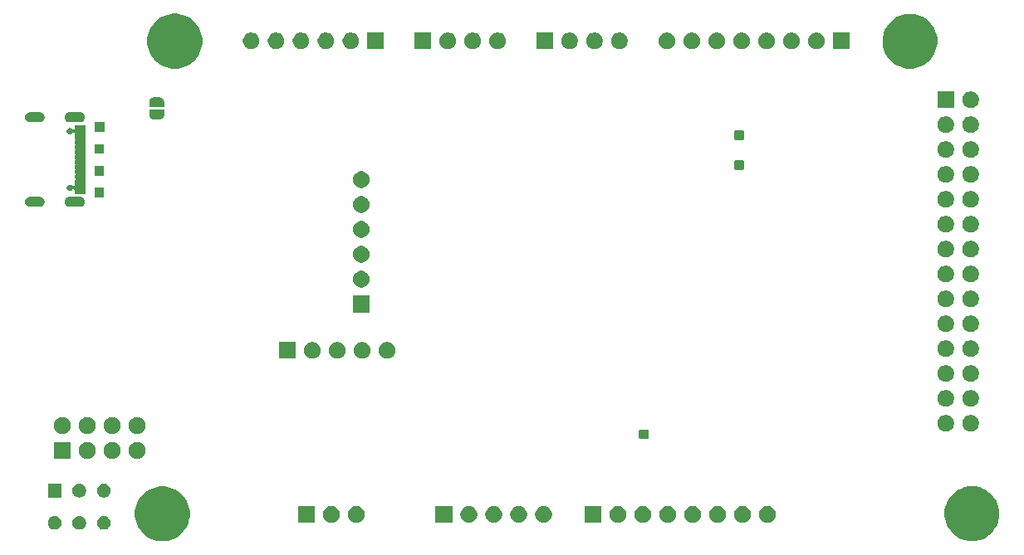
<source format=gbr>
G04 #@! TF.GenerationSoftware,KiCad,Pcbnew,5.1.6-c6e7f7d~87~ubuntu18.04.1*
G04 #@! TF.CreationDate,2020-10-25T20:02:23+02:00*
G04 #@! TF.ProjectId,PSLab,50534c61-622e-46b6-9963-61645f706362,v6.1*
G04 #@! TF.SameCoordinates,Original*
G04 #@! TF.FileFunction,Soldermask,Bot*
G04 #@! TF.FilePolarity,Negative*
%FSLAX46Y46*%
G04 Gerber Fmt 4.6, Leading zero omitted, Abs format (unit mm)*
G04 Created by KiCad (PCBNEW 5.1.6-c6e7f7d~87~ubuntu18.04.1) date 2020-10-25 20:02:23*
%MOMM*%
%LPD*%
G01*
G04 APERTURE LIST*
%ADD10C,0.100000*%
G04 APERTURE END LIST*
D10*
G36*
X105426253Y-108273801D02*
G01*
X105696730Y-108327602D01*
X105907799Y-108415030D01*
X106206296Y-108538671D01*
X106206297Y-108538672D01*
X106664896Y-108845098D01*
X107054902Y-109235104D01*
X107104077Y-109308700D01*
X107361329Y-109693704D01*
X107484970Y-109992201D01*
X107568256Y-110193270D01*
X107572398Y-110203271D01*
X107680000Y-110744223D01*
X107680000Y-111295777D01*
X107660885Y-111391873D01*
X107572398Y-111836730D01*
X107502887Y-112004544D01*
X107361329Y-112346296D01*
X107361328Y-112346297D01*
X107054902Y-112804896D01*
X106664896Y-113194902D01*
X106358469Y-113399650D01*
X106206296Y-113501329D01*
X105907799Y-113624970D01*
X105696730Y-113712398D01*
X105426253Y-113766199D01*
X105155777Y-113820000D01*
X104604223Y-113820000D01*
X104333747Y-113766199D01*
X104063270Y-113712398D01*
X103852201Y-113624970D01*
X103553704Y-113501329D01*
X103401531Y-113399650D01*
X103095104Y-113194902D01*
X102705098Y-112804896D01*
X102398672Y-112346297D01*
X102398671Y-112346296D01*
X102257113Y-112004544D01*
X102187602Y-111836730D01*
X102099115Y-111391873D01*
X102080000Y-111295777D01*
X102080000Y-110744223D01*
X102187602Y-110203271D01*
X102191745Y-110193270D01*
X102275030Y-109992201D01*
X102398671Y-109693704D01*
X102655923Y-109308700D01*
X102705098Y-109235104D01*
X103095104Y-108845098D01*
X103553703Y-108538672D01*
X103553704Y-108538671D01*
X103852201Y-108415030D01*
X104063270Y-108327602D01*
X104333747Y-108273801D01*
X104604223Y-108220000D01*
X105155777Y-108220000D01*
X105426253Y-108273801D01*
G37*
G36*
X187746050Y-108220000D02*
G01*
X188236730Y-108317602D01*
X188447799Y-108405030D01*
X188746296Y-108528671D01*
X188803143Y-108566655D01*
X189204896Y-108835098D01*
X189594902Y-109225104D01*
X189615501Y-109255933D01*
X189901329Y-109683704D01*
X189905471Y-109693704D01*
X190112398Y-110193270D01*
X190125008Y-110256664D01*
X190220000Y-110734223D01*
X190220000Y-111285777D01*
X190198896Y-111391873D01*
X190112398Y-111826730D01*
X190085637Y-111891336D01*
X189901329Y-112336296D01*
X189870909Y-112381822D01*
X189594902Y-112794896D01*
X189204896Y-113184902D01*
X188898469Y-113389650D01*
X188746296Y-113491329D01*
X188447799Y-113614970D01*
X188236730Y-113702398D01*
X188186456Y-113712398D01*
X187695777Y-113810000D01*
X187144223Y-113810000D01*
X186653544Y-113712398D01*
X186603270Y-113702398D01*
X186392201Y-113614970D01*
X186093704Y-113491329D01*
X185941531Y-113389650D01*
X185635104Y-113184902D01*
X185245098Y-112794896D01*
X184969091Y-112381822D01*
X184938671Y-112336296D01*
X184754363Y-111891336D01*
X184727602Y-111826730D01*
X184641104Y-111391873D01*
X184620000Y-111285777D01*
X184620000Y-110734223D01*
X184714992Y-110256664D01*
X184727602Y-110193270D01*
X184934529Y-109693704D01*
X184938671Y-109683704D01*
X185224499Y-109255933D01*
X185245098Y-109225104D01*
X185635104Y-108835098D01*
X186036857Y-108566655D01*
X186093704Y-108528671D01*
X186392201Y-108405030D01*
X186603270Y-108317602D01*
X187093950Y-108220000D01*
X187144223Y-108210000D01*
X187695777Y-108210000D01*
X187746050Y-108220000D01*
G37*
G36*
X96610182Y-111262500D02*
G01*
X96737573Y-111315267D01*
X96794510Y-111353311D01*
X96852224Y-111391874D01*
X96949726Y-111489376D01*
X96949727Y-111489378D01*
X97026333Y-111604027D01*
X97079100Y-111731418D01*
X97106000Y-111866655D01*
X97106000Y-112004545D01*
X97079100Y-112139782D01*
X97026333Y-112267173D01*
X97026332Y-112267174D01*
X96949726Y-112381824D01*
X96852224Y-112479326D01*
X96794510Y-112517889D01*
X96737573Y-112555933D01*
X96610182Y-112608700D01*
X96474945Y-112635600D01*
X96337055Y-112635600D01*
X96201818Y-112608700D01*
X96074427Y-112555933D01*
X96017490Y-112517889D01*
X95959776Y-112479326D01*
X95862274Y-112381824D01*
X95785668Y-112267174D01*
X95785667Y-112267173D01*
X95732900Y-112139782D01*
X95706000Y-112004545D01*
X95706000Y-111866655D01*
X95732900Y-111731418D01*
X95785667Y-111604027D01*
X95862273Y-111489378D01*
X95862274Y-111489376D01*
X95959776Y-111391874D01*
X96017490Y-111353311D01*
X96074427Y-111315267D01*
X96201818Y-111262500D01*
X96337055Y-111235600D01*
X96474945Y-111235600D01*
X96610182Y-111262500D01*
G37*
G36*
X99110182Y-111262500D02*
G01*
X99237573Y-111315267D01*
X99294510Y-111353311D01*
X99352224Y-111391874D01*
X99449726Y-111489376D01*
X99449727Y-111489378D01*
X99526333Y-111604027D01*
X99579100Y-111731418D01*
X99606000Y-111866655D01*
X99606000Y-112004545D01*
X99579100Y-112139782D01*
X99526333Y-112267173D01*
X99526332Y-112267174D01*
X99449726Y-112381824D01*
X99352224Y-112479326D01*
X99294510Y-112517889D01*
X99237573Y-112555933D01*
X99110182Y-112608700D01*
X98974945Y-112635600D01*
X98837055Y-112635600D01*
X98701818Y-112608700D01*
X98574427Y-112555933D01*
X98517490Y-112517889D01*
X98459776Y-112479326D01*
X98362274Y-112381824D01*
X98285668Y-112267174D01*
X98285667Y-112267173D01*
X98232900Y-112139782D01*
X98206000Y-112004545D01*
X98206000Y-111866655D01*
X98232900Y-111731418D01*
X98285667Y-111604027D01*
X98362273Y-111489378D01*
X98362274Y-111489376D01*
X98459776Y-111391874D01*
X98517490Y-111353311D01*
X98574427Y-111315267D01*
X98701818Y-111262500D01*
X98837055Y-111235600D01*
X98974945Y-111235600D01*
X99110182Y-111262500D01*
G37*
G36*
X94110182Y-111262500D02*
G01*
X94237573Y-111315267D01*
X94294510Y-111353311D01*
X94352224Y-111391874D01*
X94449726Y-111489376D01*
X94449727Y-111489378D01*
X94526333Y-111604027D01*
X94579100Y-111731418D01*
X94606000Y-111866655D01*
X94606000Y-112004545D01*
X94579100Y-112139782D01*
X94526333Y-112267173D01*
X94526332Y-112267174D01*
X94449726Y-112381824D01*
X94352224Y-112479326D01*
X94294510Y-112517889D01*
X94237573Y-112555933D01*
X94110182Y-112608700D01*
X93974945Y-112635600D01*
X93837055Y-112635600D01*
X93701818Y-112608700D01*
X93574427Y-112555933D01*
X93517490Y-112517889D01*
X93459776Y-112479326D01*
X93362274Y-112381824D01*
X93285668Y-112267174D01*
X93285667Y-112267173D01*
X93232900Y-112139782D01*
X93206000Y-112004545D01*
X93206000Y-111866655D01*
X93232900Y-111731418D01*
X93285667Y-111604027D01*
X93362273Y-111489378D01*
X93362274Y-111489376D01*
X93459776Y-111391874D01*
X93517490Y-111353311D01*
X93574427Y-111315267D01*
X93701818Y-111262500D01*
X93837055Y-111235600D01*
X93974945Y-111235600D01*
X94110182Y-111262500D01*
G37*
G36*
X138908735Y-110256664D02*
G01*
X139063424Y-110320739D01*
X139063426Y-110320740D01*
X139202644Y-110413762D01*
X139321038Y-110532156D01*
X139414060Y-110671374D01*
X139414061Y-110671376D01*
X139478136Y-110826065D01*
X139510800Y-110990281D01*
X139510800Y-111157719D01*
X139478136Y-111321935D01*
X139449166Y-111391873D01*
X139414060Y-111476626D01*
X139321038Y-111615844D01*
X139202644Y-111734238D01*
X139063426Y-111827260D01*
X139063425Y-111827261D01*
X139063424Y-111827261D01*
X138908735Y-111891336D01*
X138744519Y-111924000D01*
X138577081Y-111924000D01*
X138412865Y-111891336D01*
X138258176Y-111827261D01*
X138258175Y-111827261D01*
X138258174Y-111827260D01*
X138118956Y-111734238D01*
X138000562Y-111615844D01*
X137907540Y-111476626D01*
X137872434Y-111391873D01*
X137843464Y-111321935D01*
X137810800Y-111157719D01*
X137810800Y-110990281D01*
X137843464Y-110826065D01*
X137907539Y-110671376D01*
X137907540Y-110671374D01*
X138000562Y-110532156D01*
X138118956Y-110413762D01*
X138258174Y-110320740D01*
X138258176Y-110320739D01*
X138412865Y-110256664D01*
X138577081Y-110224000D01*
X138744519Y-110224000D01*
X138908735Y-110256664D01*
G37*
G36*
X122347935Y-110256664D02*
G01*
X122502624Y-110320739D01*
X122502626Y-110320740D01*
X122641844Y-110413762D01*
X122760238Y-110532156D01*
X122853260Y-110671374D01*
X122853261Y-110671376D01*
X122917336Y-110826065D01*
X122950000Y-110990281D01*
X122950000Y-111157719D01*
X122917336Y-111321935D01*
X122888366Y-111391873D01*
X122853260Y-111476626D01*
X122760238Y-111615844D01*
X122641844Y-111734238D01*
X122502626Y-111827260D01*
X122502625Y-111827261D01*
X122502624Y-111827261D01*
X122347935Y-111891336D01*
X122183719Y-111924000D01*
X122016281Y-111924000D01*
X121852065Y-111891336D01*
X121697376Y-111827261D01*
X121697375Y-111827261D01*
X121697374Y-111827260D01*
X121558156Y-111734238D01*
X121439762Y-111615844D01*
X121346740Y-111476626D01*
X121311634Y-111391873D01*
X121282664Y-111321935D01*
X121250000Y-111157719D01*
X121250000Y-110990281D01*
X121282664Y-110826065D01*
X121346739Y-110671376D01*
X121346740Y-110671374D01*
X121439762Y-110532156D01*
X121558156Y-110413762D01*
X121697374Y-110320740D01*
X121697376Y-110320739D01*
X121852065Y-110256664D01*
X122016281Y-110224000D01*
X122183719Y-110224000D01*
X122347935Y-110256664D01*
G37*
G36*
X120410000Y-111924000D02*
G01*
X118710000Y-111924000D01*
X118710000Y-110224000D01*
X120410000Y-110224000D01*
X120410000Y-111924000D01*
G37*
G36*
X143988735Y-110256664D02*
G01*
X144143424Y-110320739D01*
X144143426Y-110320740D01*
X144282644Y-110413762D01*
X144401038Y-110532156D01*
X144494060Y-110671374D01*
X144494061Y-110671376D01*
X144558136Y-110826065D01*
X144590800Y-110990281D01*
X144590800Y-111157719D01*
X144558136Y-111321935D01*
X144529166Y-111391873D01*
X144494060Y-111476626D01*
X144401038Y-111615844D01*
X144282644Y-111734238D01*
X144143426Y-111827260D01*
X144143425Y-111827261D01*
X144143424Y-111827261D01*
X143988735Y-111891336D01*
X143824519Y-111924000D01*
X143657081Y-111924000D01*
X143492865Y-111891336D01*
X143338176Y-111827261D01*
X143338175Y-111827261D01*
X143338174Y-111827260D01*
X143198956Y-111734238D01*
X143080562Y-111615844D01*
X142987540Y-111476626D01*
X142952434Y-111391873D01*
X142923464Y-111321935D01*
X142890800Y-111157719D01*
X142890800Y-110990281D01*
X142923464Y-110826065D01*
X142987539Y-110671376D01*
X142987540Y-110671374D01*
X143080562Y-110532156D01*
X143198956Y-110413762D01*
X143338174Y-110320740D01*
X143338176Y-110320739D01*
X143492865Y-110256664D01*
X143657081Y-110224000D01*
X143824519Y-110224000D01*
X143988735Y-110256664D01*
G37*
G36*
X141448735Y-110256664D02*
G01*
X141603424Y-110320739D01*
X141603426Y-110320740D01*
X141742644Y-110413762D01*
X141861038Y-110532156D01*
X141954060Y-110671374D01*
X141954061Y-110671376D01*
X142018136Y-110826065D01*
X142050800Y-110990281D01*
X142050800Y-111157719D01*
X142018136Y-111321935D01*
X141989166Y-111391873D01*
X141954060Y-111476626D01*
X141861038Y-111615844D01*
X141742644Y-111734238D01*
X141603426Y-111827260D01*
X141603425Y-111827261D01*
X141603424Y-111827261D01*
X141448735Y-111891336D01*
X141284519Y-111924000D01*
X141117081Y-111924000D01*
X140952865Y-111891336D01*
X140798176Y-111827261D01*
X140798175Y-111827261D01*
X140798174Y-111827260D01*
X140658956Y-111734238D01*
X140540562Y-111615844D01*
X140447540Y-111476626D01*
X140412434Y-111391873D01*
X140383464Y-111321935D01*
X140350800Y-111157719D01*
X140350800Y-110990281D01*
X140383464Y-110826065D01*
X140447539Y-110671376D01*
X140447540Y-110671374D01*
X140540562Y-110532156D01*
X140658956Y-110413762D01*
X140798174Y-110320740D01*
X140798176Y-110320739D01*
X140952865Y-110256664D01*
X141117081Y-110224000D01*
X141284519Y-110224000D01*
X141448735Y-110256664D01*
G37*
G36*
X136368735Y-110256664D02*
G01*
X136523424Y-110320739D01*
X136523426Y-110320740D01*
X136662644Y-110413762D01*
X136781038Y-110532156D01*
X136874060Y-110671374D01*
X136874061Y-110671376D01*
X136938136Y-110826065D01*
X136970800Y-110990281D01*
X136970800Y-111157719D01*
X136938136Y-111321935D01*
X136909166Y-111391873D01*
X136874060Y-111476626D01*
X136781038Y-111615844D01*
X136662644Y-111734238D01*
X136523426Y-111827260D01*
X136523425Y-111827261D01*
X136523424Y-111827261D01*
X136368735Y-111891336D01*
X136204519Y-111924000D01*
X136037081Y-111924000D01*
X135872865Y-111891336D01*
X135718176Y-111827261D01*
X135718175Y-111827261D01*
X135718174Y-111827260D01*
X135578956Y-111734238D01*
X135460562Y-111615844D01*
X135367540Y-111476626D01*
X135332434Y-111391873D01*
X135303464Y-111321935D01*
X135270800Y-111157719D01*
X135270800Y-110990281D01*
X135303464Y-110826065D01*
X135367539Y-110671376D01*
X135367540Y-110671374D01*
X135460562Y-110532156D01*
X135578956Y-110413762D01*
X135718174Y-110320740D01*
X135718176Y-110320739D01*
X135872865Y-110256664D01*
X136037081Y-110224000D01*
X136204519Y-110224000D01*
X136368735Y-110256664D01*
G37*
G36*
X134430800Y-111924000D02*
G01*
X132730800Y-111924000D01*
X132730800Y-110224000D01*
X134430800Y-110224000D01*
X134430800Y-111924000D01*
G37*
G36*
X166797935Y-110256664D02*
G01*
X166952624Y-110320739D01*
X166952626Y-110320740D01*
X167091844Y-110413762D01*
X167210238Y-110532156D01*
X167303260Y-110671374D01*
X167303261Y-110671376D01*
X167367336Y-110826065D01*
X167400000Y-110990281D01*
X167400000Y-111157719D01*
X167367336Y-111321935D01*
X167338366Y-111391873D01*
X167303260Y-111476626D01*
X167210238Y-111615844D01*
X167091844Y-111734238D01*
X166952626Y-111827260D01*
X166952625Y-111827261D01*
X166952624Y-111827261D01*
X166797935Y-111891336D01*
X166633719Y-111924000D01*
X166466281Y-111924000D01*
X166302065Y-111891336D01*
X166147376Y-111827261D01*
X166147375Y-111827261D01*
X166147374Y-111827260D01*
X166008156Y-111734238D01*
X165889762Y-111615844D01*
X165796740Y-111476626D01*
X165761634Y-111391873D01*
X165732664Y-111321935D01*
X165700000Y-111157719D01*
X165700000Y-110990281D01*
X165732664Y-110826065D01*
X165796739Y-110671376D01*
X165796740Y-110671374D01*
X165889762Y-110532156D01*
X166008156Y-110413762D01*
X166147374Y-110320740D01*
X166147376Y-110320739D01*
X166302065Y-110256664D01*
X166466281Y-110224000D01*
X166633719Y-110224000D01*
X166797935Y-110256664D01*
G37*
G36*
X161717935Y-110256664D02*
G01*
X161872624Y-110320739D01*
X161872626Y-110320740D01*
X162011844Y-110413762D01*
X162130238Y-110532156D01*
X162223260Y-110671374D01*
X162223261Y-110671376D01*
X162287336Y-110826065D01*
X162320000Y-110990281D01*
X162320000Y-111157719D01*
X162287336Y-111321935D01*
X162258366Y-111391873D01*
X162223260Y-111476626D01*
X162130238Y-111615844D01*
X162011844Y-111734238D01*
X161872626Y-111827260D01*
X161872625Y-111827261D01*
X161872624Y-111827261D01*
X161717935Y-111891336D01*
X161553719Y-111924000D01*
X161386281Y-111924000D01*
X161222065Y-111891336D01*
X161067376Y-111827261D01*
X161067375Y-111827261D01*
X161067374Y-111827260D01*
X160928156Y-111734238D01*
X160809762Y-111615844D01*
X160716740Y-111476626D01*
X160681634Y-111391873D01*
X160652664Y-111321935D01*
X160620000Y-111157719D01*
X160620000Y-110990281D01*
X160652664Y-110826065D01*
X160716739Y-110671376D01*
X160716740Y-110671374D01*
X160809762Y-110532156D01*
X160928156Y-110413762D01*
X161067374Y-110320740D01*
X161067376Y-110320739D01*
X161222065Y-110256664D01*
X161386281Y-110224000D01*
X161553719Y-110224000D01*
X161717935Y-110256664D01*
G37*
G36*
X159177935Y-110256664D02*
G01*
X159332624Y-110320739D01*
X159332626Y-110320740D01*
X159471844Y-110413762D01*
X159590238Y-110532156D01*
X159683260Y-110671374D01*
X159683261Y-110671376D01*
X159747336Y-110826065D01*
X159780000Y-110990281D01*
X159780000Y-111157719D01*
X159747336Y-111321935D01*
X159718366Y-111391873D01*
X159683260Y-111476626D01*
X159590238Y-111615844D01*
X159471844Y-111734238D01*
X159332626Y-111827260D01*
X159332625Y-111827261D01*
X159332624Y-111827261D01*
X159177935Y-111891336D01*
X159013719Y-111924000D01*
X158846281Y-111924000D01*
X158682065Y-111891336D01*
X158527376Y-111827261D01*
X158527375Y-111827261D01*
X158527374Y-111827260D01*
X158388156Y-111734238D01*
X158269762Y-111615844D01*
X158176740Y-111476626D01*
X158141634Y-111391873D01*
X158112664Y-111321935D01*
X158080000Y-111157719D01*
X158080000Y-110990281D01*
X158112664Y-110826065D01*
X158176739Y-110671376D01*
X158176740Y-110671374D01*
X158269762Y-110532156D01*
X158388156Y-110413762D01*
X158527374Y-110320740D01*
X158527376Y-110320739D01*
X158682065Y-110256664D01*
X158846281Y-110224000D01*
X159013719Y-110224000D01*
X159177935Y-110256664D01*
G37*
G36*
X124887935Y-110256664D02*
G01*
X125042624Y-110320739D01*
X125042626Y-110320740D01*
X125181844Y-110413762D01*
X125300238Y-110532156D01*
X125393260Y-110671374D01*
X125393261Y-110671376D01*
X125457336Y-110826065D01*
X125490000Y-110990281D01*
X125490000Y-111157719D01*
X125457336Y-111321935D01*
X125428366Y-111391873D01*
X125393260Y-111476626D01*
X125300238Y-111615844D01*
X125181844Y-111734238D01*
X125042626Y-111827260D01*
X125042625Y-111827261D01*
X125042624Y-111827261D01*
X124887935Y-111891336D01*
X124723719Y-111924000D01*
X124556281Y-111924000D01*
X124392065Y-111891336D01*
X124237376Y-111827261D01*
X124237375Y-111827261D01*
X124237374Y-111827260D01*
X124098156Y-111734238D01*
X123979762Y-111615844D01*
X123886740Y-111476626D01*
X123851634Y-111391873D01*
X123822664Y-111321935D01*
X123790000Y-111157719D01*
X123790000Y-110990281D01*
X123822664Y-110826065D01*
X123886739Y-110671376D01*
X123886740Y-110671374D01*
X123979762Y-110532156D01*
X124098156Y-110413762D01*
X124237374Y-110320740D01*
X124237376Y-110320739D01*
X124392065Y-110256664D01*
X124556281Y-110224000D01*
X124723719Y-110224000D01*
X124887935Y-110256664D01*
G37*
G36*
X156637935Y-110256664D02*
G01*
X156792624Y-110320739D01*
X156792626Y-110320740D01*
X156931844Y-110413762D01*
X157050238Y-110532156D01*
X157143260Y-110671374D01*
X157143261Y-110671376D01*
X157207336Y-110826065D01*
X157240000Y-110990281D01*
X157240000Y-111157719D01*
X157207336Y-111321935D01*
X157178366Y-111391873D01*
X157143260Y-111476626D01*
X157050238Y-111615844D01*
X156931844Y-111734238D01*
X156792626Y-111827260D01*
X156792625Y-111827261D01*
X156792624Y-111827261D01*
X156637935Y-111891336D01*
X156473719Y-111924000D01*
X156306281Y-111924000D01*
X156142065Y-111891336D01*
X155987376Y-111827261D01*
X155987375Y-111827261D01*
X155987374Y-111827260D01*
X155848156Y-111734238D01*
X155729762Y-111615844D01*
X155636740Y-111476626D01*
X155601634Y-111391873D01*
X155572664Y-111321935D01*
X155540000Y-111157719D01*
X155540000Y-110990281D01*
X155572664Y-110826065D01*
X155636739Y-110671376D01*
X155636740Y-110671374D01*
X155729762Y-110532156D01*
X155848156Y-110413762D01*
X155987374Y-110320740D01*
X155987376Y-110320739D01*
X156142065Y-110256664D01*
X156306281Y-110224000D01*
X156473719Y-110224000D01*
X156637935Y-110256664D01*
G37*
G36*
X154097935Y-110256664D02*
G01*
X154252624Y-110320739D01*
X154252626Y-110320740D01*
X154391844Y-110413762D01*
X154510238Y-110532156D01*
X154603260Y-110671374D01*
X154603261Y-110671376D01*
X154667336Y-110826065D01*
X154700000Y-110990281D01*
X154700000Y-111157719D01*
X154667336Y-111321935D01*
X154638366Y-111391873D01*
X154603260Y-111476626D01*
X154510238Y-111615844D01*
X154391844Y-111734238D01*
X154252626Y-111827260D01*
X154252625Y-111827261D01*
X154252624Y-111827261D01*
X154097935Y-111891336D01*
X153933719Y-111924000D01*
X153766281Y-111924000D01*
X153602065Y-111891336D01*
X153447376Y-111827261D01*
X153447375Y-111827261D01*
X153447374Y-111827260D01*
X153308156Y-111734238D01*
X153189762Y-111615844D01*
X153096740Y-111476626D01*
X153061634Y-111391873D01*
X153032664Y-111321935D01*
X153000000Y-111157719D01*
X153000000Y-110990281D01*
X153032664Y-110826065D01*
X153096739Y-110671376D01*
X153096740Y-110671374D01*
X153189762Y-110532156D01*
X153308156Y-110413762D01*
X153447374Y-110320740D01*
X153447376Y-110320739D01*
X153602065Y-110256664D01*
X153766281Y-110224000D01*
X153933719Y-110224000D01*
X154097935Y-110256664D01*
G37*
G36*
X151557935Y-110256664D02*
G01*
X151712624Y-110320739D01*
X151712626Y-110320740D01*
X151851844Y-110413762D01*
X151970238Y-110532156D01*
X152063260Y-110671374D01*
X152063261Y-110671376D01*
X152127336Y-110826065D01*
X152160000Y-110990281D01*
X152160000Y-111157719D01*
X152127336Y-111321935D01*
X152098366Y-111391873D01*
X152063260Y-111476626D01*
X151970238Y-111615844D01*
X151851844Y-111734238D01*
X151712626Y-111827260D01*
X151712625Y-111827261D01*
X151712624Y-111827261D01*
X151557935Y-111891336D01*
X151393719Y-111924000D01*
X151226281Y-111924000D01*
X151062065Y-111891336D01*
X150907376Y-111827261D01*
X150907375Y-111827261D01*
X150907374Y-111827260D01*
X150768156Y-111734238D01*
X150649762Y-111615844D01*
X150556740Y-111476626D01*
X150521634Y-111391873D01*
X150492664Y-111321935D01*
X150460000Y-111157719D01*
X150460000Y-110990281D01*
X150492664Y-110826065D01*
X150556739Y-110671376D01*
X150556740Y-110671374D01*
X150649762Y-110532156D01*
X150768156Y-110413762D01*
X150907374Y-110320740D01*
X150907376Y-110320739D01*
X151062065Y-110256664D01*
X151226281Y-110224000D01*
X151393719Y-110224000D01*
X151557935Y-110256664D01*
G37*
G36*
X149620000Y-111924000D02*
G01*
X147920000Y-111924000D01*
X147920000Y-110224000D01*
X149620000Y-110224000D01*
X149620000Y-111924000D01*
G37*
G36*
X164257935Y-110256664D02*
G01*
X164412624Y-110320739D01*
X164412626Y-110320740D01*
X164551844Y-110413762D01*
X164670238Y-110532156D01*
X164763260Y-110671374D01*
X164763261Y-110671376D01*
X164827336Y-110826065D01*
X164860000Y-110990281D01*
X164860000Y-111157719D01*
X164827336Y-111321935D01*
X164798366Y-111391873D01*
X164763260Y-111476626D01*
X164670238Y-111615844D01*
X164551844Y-111734238D01*
X164412626Y-111827260D01*
X164412625Y-111827261D01*
X164412624Y-111827261D01*
X164257935Y-111891336D01*
X164093719Y-111924000D01*
X163926281Y-111924000D01*
X163762065Y-111891336D01*
X163607376Y-111827261D01*
X163607375Y-111827261D01*
X163607374Y-111827260D01*
X163468156Y-111734238D01*
X163349762Y-111615844D01*
X163256740Y-111476626D01*
X163221634Y-111391873D01*
X163192664Y-111321935D01*
X163160000Y-111157719D01*
X163160000Y-110990281D01*
X163192664Y-110826065D01*
X163256739Y-110671376D01*
X163256740Y-110671374D01*
X163349762Y-110532156D01*
X163468156Y-110413762D01*
X163607374Y-110320740D01*
X163607376Y-110320739D01*
X163762065Y-110256664D01*
X163926281Y-110224000D01*
X164093719Y-110224000D01*
X164257935Y-110256664D01*
G37*
G36*
X94606000Y-109335600D02*
G01*
X93206000Y-109335600D01*
X93206000Y-107935600D01*
X94606000Y-107935600D01*
X94606000Y-109335600D01*
G37*
G36*
X99110182Y-107962500D02*
G01*
X99237573Y-108015267D01*
X99237574Y-108015268D01*
X99352224Y-108091874D01*
X99449726Y-108189376D01*
X99449727Y-108189378D01*
X99526333Y-108304027D01*
X99579100Y-108431418D01*
X99606000Y-108566655D01*
X99606000Y-108704545D01*
X99579100Y-108839782D01*
X99526333Y-108967173D01*
X99526332Y-108967174D01*
X99449726Y-109081824D01*
X99352224Y-109179326D01*
X99294510Y-109217889D01*
X99237573Y-109255933D01*
X99110182Y-109308700D01*
X98974945Y-109335600D01*
X98837055Y-109335600D01*
X98701818Y-109308700D01*
X98574427Y-109255933D01*
X98517490Y-109217889D01*
X98459776Y-109179326D01*
X98362274Y-109081824D01*
X98285668Y-108967174D01*
X98285667Y-108967173D01*
X98232900Y-108839782D01*
X98206000Y-108704545D01*
X98206000Y-108566655D01*
X98232900Y-108431418D01*
X98285667Y-108304027D01*
X98362273Y-108189378D01*
X98362274Y-108189376D01*
X98459776Y-108091874D01*
X98574426Y-108015268D01*
X98574427Y-108015267D01*
X98701818Y-107962500D01*
X98837055Y-107935600D01*
X98974945Y-107935600D01*
X99110182Y-107962500D01*
G37*
G36*
X96610182Y-107962500D02*
G01*
X96737573Y-108015267D01*
X96737574Y-108015268D01*
X96852224Y-108091874D01*
X96949726Y-108189376D01*
X96949727Y-108189378D01*
X97026333Y-108304027D01*
X97079100Y-108431418D01*
X97106000Y-108566655D01*
X97106000Y-108704545D01*
X97079100Y-108839782D01*
X97026333Y-108967173D01*
X97026332Y-108967174D01*
X96949726Y-109081824D01*
X96852224Y-109179326D01*
X96794510Y-109217889D01*
X96737573Y-109255933D01*
X96610182Y-109308700D01*
X96474945Y-109335600D01*
X96337055Y-109335600D01*
X96201818Y-109308700D01*
X96074427Y-109255933D01*
X96017490Y-109217889D01*
X95959776Y-109179326D01*
X95862274Y-109081824D01*
X95785668Y-108967174D01*
X95785667Y-108967173D01*
X95732900Y-108839782D01*
X95706000Y-108704545D01*
X95706000Y-108566655D01*
X95732900Y-108431418D01*
X95785667Y-108304027D01*
X95862273Y-108189378D01*
X95862274Y-108189376D01*
X95959776Y-108091874D01*
X96074426Y-108015268D01*
X96074427Y-108015267D01*
X96201818Y-107962500D01*
X96337055Y-107935600D01*
X96474945Y-107935600D01*
X96610182Y-107962500D01*
G37*
G36*
X95557000Y-105409800D02*
G01*
X93829800Y-105409800D01*
X93829800Y-103682600D01*
X95557000Y-103682600D01*
X95557000Y-105409800D01*
G37*
G36*
X102565303Y-103715787D02*
G01*
X102722468Y-103780887D01*
X102863913Y-103875398D01*
X102984202Y-103995687D01*
X103078713Y-104137132D01*
X103143813Y-104294297D01*
X103177000Y-104461143D01*
X103177000Y-104631257D01*
X103143813Y-104798103D01*
X103078713Y-104955268D01*
X102984202Y-105096713D01*
X102863913Y-105217002D01*
X102722468Y-105311513D01*
X102565303Y-105376613D01*
X102398457Y-105409800D01*
X102228343Y-105409800D01*
X102061497Y-105376613D01*
X101904332Y-105311513D01*
X101762887Y-105217002D01*
X101642598Y-105096713D01*
X101548087Y-104955268D01*
X101482987Y-104798103D01*
X101449800Y-104631257D01*
X101449800Y-104461143D01*
X101482987Y-104294297D01*
X101548087Y-104137132D01*
X101642598Y-103995687D01*
X101762887Y-103875398D01*
X101904332Y-103780887D01*
X102061497Y-103715787D01*
X102228343Y-103682600D01*
X102398457Y-103682600D01*
X102565303Y-103715787D01*
G37*
G36*
X97485303Y-103715787D02*
G01*
X97642468Y-103780887D01*
X97783913Y-103875398D01*
X97904202Y-103995687D01*
X97998713Y-104137132D01*
X98063813Y-104294297D01*
X98097000Y-104461143D01*
X98097000Y-104631257D01*
X98063813Y-104798103D01*
X97998713Y-104955268D01*
X97904202Y-105096713D01*
X97783913Y-105217002D01*
X97642468Y-105311513D01*
X97485303Y-105376613D01*
X97318457Y-105409800D01*
X97148343Y-105409800D01*
X96981497Y-105376613D01*
X96824332Y-105311513D01*
X96682887Y-105217002D01*
X96562598Y-105096713D01*
X96468087Y-104955268D01*
X96402987Y-104798103D01*
X96369800Y-104631257D01*
X96369800Y-104461143D01*
X96402987Y-104294297D01*
X96468087Y-104137132D01*
X96562598Y-103995687D01*
X96682887Y-103875398D01*
X96824332Y-103780887D01*
X96981497Y-103715787D01*
X97148343Y-103682600D01*
X97318457Y-103682600D01*
X97485303Y-103715787D01*
G37*
G36*
X100025303Y-103715787D02*
G01*
X100182468Y-103780887D01*
X100323913Y-103875398D01*
X100444202Y-103995687D01*
X100538713Y-104137132D01*
X100603813Y-104294297D01*
X100637000Y-104461143D01*
X100637000Y-104631257D01*
X100603813Y-104798103D01*
X100538713Y-104955268D01*
X100444202Y-105096713D01*
X100323913Y-105217002D01*
X100182468Y-105311513D01*
X100025303Y-105376613D01*
X99858457Y-105409800D01*
X99688343Y-105409800D01*
X99521497Y-105376613D01*
X99364332Y-105311513D01*
X99222887Y-105217002D01*
X99102598Y-105096713D01*
X99008087Y-104955268D01*
X98942987Y-104798103D01*
X98909800Y-104631257D01*
X98909800Y-104461143D01*
X98942987Y-104294297D01*
X99008087Y-104137132D01*
X99102598Y-103995687D01*
X99222887Y-103875398D01*
X99364332Y-103780887D01*
X99521497Y-103715787D01*
X99688343Y-103682600D01*
X99858457Y-103682600D01*
X100025303Y-103715787D01*
G37*
G36*
X154318963Y-102404196D02*
G01*
X154354021Y-102414831D01*
X154386332Y-102432102D01*
X154414655Y-102455345D01*
X154437898Y-102483668D01*
X154455169Y-102515979D01*
X154465804Y-102551037D01*
X154470000Y-102593641D01*
X154470000Y-103206359D01*
X154465804Y-103248963D01*
X154455169Y-103284021D01*
X154437898Y-103316332D01*
X154414655Y-103344655D01*
X154386332Y-103367898D01*
X154354021Y-103385169D01*
X154318963Y-103395804D01*
X154276359Y-103400000D01*
X153663641Y-103400000D01*
X153621037Y-103395804D01*
X153585979Y-103385169D01*
X153553668Y-103367898D01*
X153525345Y-103344655D01*
X153502102Y-103316332D01*
X153484831Y-103284021D01*
X153474196Y-103248963D01*
X153470000Y-103206359D01*
X153470000Y-102593641D01*
X153474196Y-102551037D01*
X153484831Y-102515979D01*
X153502102Y-102483668D01*
X153525345Y-102455345D01*
X153553668Y-102432102D01*
X153585979Y-102414831D01*
X153621037Y-102404196D01*
X153663641Y-102400000D01*
X154276359Y-102400000D01*
X154318963Y-102404196D01*
G37*
G36*
X97485303Y-101175787D02*
G01*
X97642468Y-101240887D01*
X97783913Y-101335398D01*
X97904202Y-101455687D01*
X97998713Y-101597132D01*
X98063813Y-101754297D01*
X98097000Y-101921143D01*
X98097000Y-102091257D01*
X98063813Y-102258103D01*
X97998713Y-102415268D01*
X97904202Y-102556713D01*
X97783913Y-102677002D01*
X97642468Y-102771513D01*
X97485303Y-102836613D01*
X97318457Y-102869800D01*
X97148343Y-102869800D01*
X96981497Y-102836613D01*
X96824332Y-102771513D01*
X96682887Y-102677002D01*
X96562598Y-102556713D01*
X96468087Y-102415268D01*
X96402987Y-102258103D01*
X96369800Y-102091257D01*
X96369800Y-101921143D01*
X96402987Y-101754297D01*
X96468087Y-101597132D01*
X96562598Y-101455687D01*
X96682887Y-101335398D01*
X96824332Y-101240887D01*
X96981497Y-101175787D01*
X97148343Y-101142600D01*
X97318457Y-101142600D01*
X97485303Y-101175787D01*
G37*
G36*
X100025303Y-101175787D02*
G01*
X100182468Y-101240887D01*
X100323913Y-101335398D01*
X100444202Y-101455687D01*
X100538713Y-101597132D01*
X100603813Y-101754297D01*
X100637000Y-101921143D01*
X100637000Y-102091257D01*
X100603813Y-102258103D01*
X100538713Y-102415268D01*
X100444202Y-102556713D01*
X100323913Y-102677002D01*
X100182468Y-102771513D01*
X100025303Y-102836613D01*
X99858457Y-102869800D01*
X99688343Y-102869800D01*
X99521497Y-102836613D01*
X99364332Y-102771513D01*
X99222887Y-102677002D01*
X99102598Y-102556713D01*
X99008087Y-102415268D01*
X98942987Y-102258103D01*
X98909800Y-102091257D01*
X98909800Y-101921143D01*
X98942987Y-101754297D01*
X99008087Y-101597132D01*
X99102598Y-101455687D01*
X99222887Y-101335398D01*
X99364332Y-101240887D01*
X99521497Y-101175787D01*
X99688343Y-101142600D01*
X99858457Y-101142600D01*
X100025303Y-101175787D01*
G37*
G36*
X94945303Y-101175787D02*
G01*
X95102468Y-101240887D01*
X95243913Y-101335398D01*
X95364202Y-101455687D01*
X95458713Y-101597132D01*
X95523813Y-101754297D01*
X95557000Y-101921143D01*
X95557000Y-102091257D01*
X95523813Y-102258103D01*
X95458713Y-102415268D01*
X95364202Y-102556713D01*
X95243913Y-102677002D01*
X95102468Y-102771513D01*
X94945303Y-102836613D01*
X94778457Y-102869800D01*
X94608343Y-102869800D01*
X94441497Y-102836613D01*
X94284332Y-102771513D01*
X94142887Y-102677002D01*
X94022598Y-102556713D01*
X93928087Y-102415268D01*
X93862987Y-102258103D01*
X93829800Y-102091257D01*
X93829800Y-101921143D01*
X93862987Y-101754297D01*
X93928087Y-101597132D01*
X94022598Y-101455687D01*
X94142887Y-101335398D01*
X94284332Y-101240887D01*
X94441497Y-101175787D01*
X94608343Y-101142600D01*
X94778457Y-101142600D01*
X94945303Y-101175787D01*
G37*
G36*
X102565303Y-101175787D02*
G01*
X102722468Y-101240887D01*
X102863913Y-101335398D01*
X102984202Y-101455687D01*
X103078713Y-101597132D01*
X103143813Y-101754297D01*
X103177000Y-101921143D01*
X103177000Y-102091257D01*
X103143813Y-102258103D01*
X103078713Y-102415268D01*
X102984202Y-102556713D01*
X102863913Y-102677002D01*
X102722468Y-102771513D01*
X102565303Y-102836613D01*
X102398457Y-102869800D01*
X102228343Y-102869800D01*
X102061497Y-102836613D01*
X101904332Y-102771513D01*
X101762887Y-102677002D01*
X101642598Y-102556713D01*
X101548087Y-102415268D01*
X101482987Y-102258103D01*
X101449800Y-102091257D01*
X101449800Y-101921143D01*
X101482987Y-101754297D01*
X101548087Y-101597132D01*
X101642598Y-101455687D01*
X101762887Y-101335398D01*
X101904332Y-101240887D01*
X102061497Y-101175787D01*
X102228343Y-101142600D01*
X102398457Y-101142600D01*
X102565303Y-101175787D01*
G37*
G36*
X184984335Y-100960264D02*
G01*
X185139024Y-101024339D01*
X185139026Y-101024340D01*
X185278244Y-101117362D01*
X185396638Y-101235756D01*
X185400066Y-101240887D01*
X185489661Y-101374976D01*
X185553736Y-101529665D01*
X185586400Y-101693881D01*
X185586400Y-101861319D01*
X185553736Y-102025535D01*
X185489661Y-102180224D01*
X185489660Y-102180226D01*
X185396638Y-102319444D01*
X185278244Y-102437838D01*
X185139026Y-102530860D01*
X185139025Y-102530861D01*
X185139024Y-102530861D01*
X184984335Y-102594936D01*
X184820119Y-102627600D01*
X184652681Y-102627600D01*
X184488465Y-102594936D01*
X184333776Y-102530861D01*
X184333775Y-102530861D01*
X184333774Y-102530860D01*
X184194556Y-102437838D01*
X184076162Y-102319444D01*
X183983140Y-102180226D01*
X183983139Y-102180224D01*
X183919064Y-102025535D01*
X183886400Y-101861319D01*
X183886400Y-101693881D01*
X183919064Y-101529665D01*
X183983139Y-101374976D01*
X184072734Y-101240887D01*
X184076162Y-101235756D01*
X184194556Y-101117362D01*
X184333774Y-101024340D01*
X184333776Y-101024339D01*
X184488465Y-100960264D01*
X184652681Y-100927600D01*
X184820119Y-100927600D01*
X184984335Y-100960264D01*
G37*
G36*
X187524335Y-100960264D02*
G01*
X187679024Y-101024339D01*
X187679026Y-101024340D01*
X187818244Y-101117362D01*
X187936638Y-101235756D01*
X187940066Y-101240887D01*
X188029661Y-101374976D01*
X188093736Y-101529665D01*
X188126400Y-101693881D01*
X188126400Y-101861319D01*
X188093736Y-102025535D01*
X188029661Y-102180224D01*
X188029660Y-102180226D01*
X187936638Y-102319444D01*
X187818244Y-102437838D01*
X187679026Y-102530860D01*
X187679025Y-102530861D01*
X187679024Y-102530861D01*
X187524335Y-102594936D01*
X187360119Y-102627600D01*
X187192681Y-102627600D01*
X187028465Y-102594936D01*
X186873776Y-102530861D01*
X186873775Y-102530861D01*
X186873774Y-102530860D01*
X186734556Y-102437838D01*
X186616162Y-102319444D01*
X186523140Y-102180226D01*
X186523139Y-102180224D01*
X186459064Y-102025535D01*
X186426400Y-101861319D01*
X186426400Y-101693881D01*
X186459064Y-101529665D01*
X186523139Y-101374976D01*
X186612734Y-101240887D01*
X186616162Y-101235756D01*
X186734556Y-101117362D01*
X186873774Y-101024340D01*
X186873776Y-101024339D01*
X187028465Y-100960264D01*
X187192681Y-100927600D01*
X187360119Y-100927600D01*
X187524335Y-100960264D01*
G37*
G36*
X184984335Y-98420264D02*
G01*
X185139024Y-98484339D01*
X185139026Y-98484340D01*
X185278244Y-98577362D01*
X185396638Y-98695756D01*
X185489660Y-98834974D01*
X185489661Y-98834976D01*
X185553736Y-98989665D01*
X185586400Y-99153881D01*
X185586400Y-99321319D01*
X185553736Y-99485535D01*
X185489661Y-99640224D01*
X185489660Y-99640226D01*
X185396638Y-99779444D01*
X185278244Y-99897838D01*
X185139026Y-99990860D01*
X185139025Y-99990861D01*
X185139024Y-99990861D01*
X184984335Y-100054936D01*
X184820119Y-100087600D01*
X184652681Y-100087600D01*
X184488465Y-100054936D01*
X184333776Y-99990861D01*
X184333775Y-99990861D01*
X184333774Y-99990860D01*
X184194556Y-99897838D01*
X184076162Y-99779444D01*
X183983140Y-99640226D01*
X183983139Y-99640224D01*
X183919064Y-99485535D01*
X183886400Y-99321319D01*
X183886400Y-99153881D01*
X183919064Y-98989665D01*
X183983139Y-98834976D01*
X183983140Y-98834974D01*
X184076162Y-98695756D01*
X184194556Y-98577362D01*
X184333774Y-98484340D01*
X184333776Y-98484339D01*
X184488465Y-98420264D01*
X184652681Y-98387600D01*
X184820119Y-98387600D01*
X184984335Y-98420264D01*
G37*
G36*
X187524335Y-98420264D02*
G01*
X187679024Y-98484339D01*
X187679026Y-98484340D01*
X187818244Y-98577362D01*
X187936638Y-98695756D01*
X188029660Y-98834974D01*
X188029661Y-98834976D01*
X188093736Y-98989665D01*
X188126400Y-99153881D01*
X188126400Y-99321319D01*
X188093736Y-99485535D01*
X188029661Y-99640224D01*
X188029660Y-99640226D01*
X187936638Y-99779444D01*
X187818244Y-99897838D01*
X187679026Y-99990860D01*
X187679025Y-99990861D01*
X187679024Y-99990861D01*
X187524335Y-100054936D01*
X187360119Y-100087600D01*
X187192681Y-100087600D01*
X187028465Y-100054936D01*
X186873776Y-99990861D01*
X186873775Y-99990861D01*
X186873774Y-99990860D01*
X186734556Y-99897838D01*
X186616162Y-99779444D01*
X186523140Y-99640226D01*
X186523139Y-99640224D01*
X186459064Y-99485535D01*
X186426400Y-99321319D01*
X186426400Y-99153881D01*
X186459064Y-98989665D01*
X186523139Y-98834976D01*
X186523140Y-98834974D01*
X186616162Y-98695756D01*
X186734556Y-98577362D01*
X186873774Y-98484340D01*
X186873776Y-98484339D01*
X187028465Y-98420264D01*
X187192681Y-98387600D01*
X187360119Y-98387600D01*
X187524335Y-98420264D01*
G37*
G36*
X187524335Y-95880264D02*
G01*
X187679024Y-95944339D01*
X187679026Y-95944340D01*
X187818244Y-96037362D01*
X187936638Y-96155756D01*
X188029660Y-96294974D01*
X188029661Y-96294976D01*
X188093736Y-96449665D01*
X188126400Y-96613881D01*
X188126400Y-96781319D01*
X188093736Y-96945535D01*
X188029661Y-97100224D01*
X188029660Y-97100226D01*
X187936638Y-97239444D01*
X187818244Y-97357838D01*
X187679026Y-97450860D01*
X187679025Y-97450861D01*
X187679024Y-97450861D01*
X187524335Y-97514936D01*
X187360119Y-97547600D01*
X187192681Y-97547600D01*
X187028465Y-97514936D01*
X186873776Y-97450861D01*
X186873775Y-97450861D01*
X186873774Y-97450860D01*
X186734556Y-97357838D01*
X186616162Y-97239444D01*
X186523140Y-97100226D01*
X186523139Y-97100224D01*
X186459064Y-96945535D01*
X186426400Y-96781319D01*
X186426400Y-96613881D01*
X186459064Y-96449665D01*
X186523139Y-96294976D01*
X186523140Y-96294974D01*
X186616162Y-96155756D01*
X186734556Y-96037362D01*
X186873774Y-95944340D01*
X186873776Y-95944339D01*
X187028465Y-95880264D01*
X187192681Y-95847600D01*
X187360119Y-95847600D01*
X187524335Y-95880264D01*
G37*
G36*
X184984335Y-95880264D02*
G01*
X185139024Y-95944339D01*
X185139026Y-95944340D01*
X185278244Y-96037362D01*
X185396638Y-96155756D01*
X185489660Y-96294974D01*
X185489661Y-96294976D01*
X185553736Y-96449665D01*
X185586400Y-96613881D01*
X185586400Y-96781319D01*
X185553736Y-96945535D01*
X185489661Y-97100224D01*
X185489660Y-97100226D01*
X185396638Y-97239444D01*
X185278244Y-97357838D01*
X185139026Y-97450860D01*
X185139025Y-97450861D01*
X185139024Y-97450861D01*
X184984335Y-97514936D01*
X184820119Y-97547600D01*
X184652681Y-97547600D01*
X184488465Y-97514936D01*
X184333776Y-97450861D01*
X184333775Y-97450861D01*
X184333774Y-97450860D01*
X184194556Y-97357838D01*
X184076162Y-97239444D01*
X183983140Y-97100226D01*
X183983139Y-97100224D01*
X183919064Y-96945535D01*
X183886400Y-96781319D01*
X183886400Y-96613881D01*
X183919064Y-96449665D01*
X183983139Y-96294976D01*
X183983140Y-96294974D01*
X184076162Y-96155756D01*
X184194556Y-96037362D01*
X184333774Y-95944340D01*
X184333776Y-95944339D01*
X184488465Y-95880264D01*
X184652681Y-95847600D01*
X184820119Y-95847600D01*
X184984335Y-95880264D01*
G37*
G36*
X118479600Y-95185400D02*
G01*
X116779600Y-95185400D01*
X116779600Y-93485400D01*
X118479600Y-93485400D01*
X118479600Y-95185400D01*
G37*
G36*
X120417535Y-93518064D02*
G01*
X120572224Y-93582139D01*
X120572226Y-93582140D01*
X120711444Y-93675162D01*
X120829838Y-93793556D01*
X120907418Y-93909664D01*
X120922861Y-93932776D01*
X120986936Y-94087465D01*
X121019600Y-94251681D01*
X121019600Y-94419119D01*
X120986936Y-94583335D01*
X120922861Y-94738024D01*
X120922860Y-94738026D01*
X120829838Y-94877244D01*
X120711444Y-94995638D01*
X120572226Y-95088660D01*
X120572225Y-95088661D01*
X120572224Y-95088661D01*
X120417535Y-95152736D01*
X120253319Y-95185400D01*
X120085881Y-95185400D01*
X119921665Y-95152736D01*
X119766976Y-95088661D01*
X119766975Y-95088661D01*
X119766974Y-95088660D01*
X119627756Y-94995638D01*
X119509362Y-94877244D01*
X119416340Y-94738026D01*
X119416339Y-94738024D01*
X119352264Y-94583335D01*
X119319600Y-94419119D01*
X119319600Y-94251681D01*
X119352264Y-94087465D01*
X119416339Y-93932776D01*
X119431782Y-93909664D01*
X119509362Y-93793556D01*
X119627756Y-93675162D01*
X119766974Y-93582140D01*
X119766976Y-93582139D01*
X119921665Y-93518064D01*
X120085881Y-93485400D01*
X120253319Y-93485400D01*
X120417535Y-93518064D01*
G37*
G36*
X122957535Y-93518064D02*
G01*
X123112224Y-93582139D01*
X123112226Y-93582140D01*
X123251444Y-93675162D01*
X123369838Y-93793556D01*
X123447418Y-93909664D01*
X123462861Y-93932776D01*
X123526936Y-94087465D01*
X123559600Y-94251681D01*
X123559600Y-94419119D01*
X123526936Y-94583335D01*
X123462861Y-94738024D01*
X123462860Y-94738026D01*
X123369838Y-94877244D01*
X123251444Y-94995638D01*
X123112226Y-95088660D01*
X123112225Y-95088661D01*
X123112224Y-95088661D01*
X122957535Y-95152736D01*
X122793319Y-95185400D01*
X122625881Y-95185400D01*
X122461665Y-95152736D01*
X122306976Y-95088661D01*
X122306975Y-95088661D01*
X122306974Y-95088660D01*
X122167756Y-94995638D01*
X122049362Y-94877244D01*
X121956340Y-94738026D01*
X121956339Y-94738024D01*
X121892264Y-94583335D01*
X121859600Y-94419119D01*
X121859600Y-94251681D01*
X121892264Y-94087465D01*
X121956339Y-93932776D01*
X121971782Y-93909664D01*
X122049362Y-93793556D01*
X122167756Y-93675162D01*
X122306974Y-93582140D01*
X122306976Y-93582139D01*
X122461665Y-93518064D01*
X122625881Y-93485400D01*
X122793319Y-93485400D01*
X122957535Y-93518064D01*
G37*
G36*
X128037535Y-93518064D02*
G01*
X128192224Y-93582139D01*
X128192226Y-93582140D01*
X128331444Y-93675162D01*
X128449838Y-93793556D01*
X128527418Y-93909664D01*
X128542861Y-93932776D01*
X128606936Y-94087465D01*
X128639600Y-94251681D01*
X128639600Y-94419119D01*
X128606936Y-94583335D01*
X128542861Y-94738024D01*
X128542860Y-94738026D01*
X128449838Y-94877244D01*
X128331444Y-94995638D01*
X128192226Y-95088660D01*
X128192225Y-95088661D01*
X128192224Y-95088661D01*
X128037535Y-95152736D01*
X127873319Y-95185400D01*
X127705881Y-95185400D01*
X127541665Y-95152736D01*
X127386976Y-95088661D01*
X127386975Y-95088661D01*
X127386974Y-95088660D01*
X127247756Y-94995638D01*
X127129362Y-94877244D01*
X127036340Y-94738026D01*
X127036339Y-94738024D01*
X126972264Y-94583335D01*
X126939600Y-94419119D01*
X126939600Y-94251681D01*
X126972264Y-94087465D01*
X127036339Y-93932776D01*
X127051782Y-93909664D01*
X127129362Y-93793556D01*
X127247756Y-93675162D01*
X127386974Y-93582140D01*
X127386976Y-93582139D01*
X127541665Y-93518064D01*
X127705881Y-93485400D01*
X127873319Y-93485400D01*
X128037535Y-93518064D01*
G37*
G36*
X125497535Y-93518064D02*
G01*
X125652224Y-93582139D01*
X125652226Y-93582140D01*
X125791444Y-93675162D01*
X125909838Y-93793556D01*
X125987418Y-93909664D01*
X126002861Y-93932776D01*
X126066936Y-94087465D01*
X126099600Y-94251681D01*
X126099600Y-94419119D01*
X126066936Y-94583335D01*
X126002861Y-94738024D01*
X126002860Y-94738026D01*
X125909838Y-94877244D01*
X125791444Y-94995638D01*
X125652226Y-95088660D01*
X125652225Y-95088661D01*
X125652224Y-95088661D01*
X125497535Y-95152736D01*
X125333319Y-95185400D01*
X125165881Y-95185400D01*
X125001665Y-95152736D01*
X124846976Y-95088661D01*
X124846975Y-95088661D01*
X124846974Y-95088660D01*
X124707756Y-94995638D01*
X124589362Y-94877244D01*
X124496340Y-94738026D01*
X124496339Y-94738024D01*
X124432264Y-94583335D01*
X124399600Y-94419119D01*
X124399600Y-94251681D01*
X124432264Y-94087465D01*
X124496339Y-93932776D01*
X124511782Y-93909664D01*
X124589362Y-93793556D01*
X124707756Y-93675162D01*
X124846974Y-93582140D01*
X124846976Y-93582139D01*
X125001665Y-93518064D01*
X125165881Y-93485400D01*
X125333319Y-93485400D01*
X125497535Y-93518064D01*
G37*
G36*
X187524335Y-93340264D02*
G01*
X187679024Y-93404339D01*
X187679026Y-93404340D01*
X187818244Y-93497362D01*
X187936638Y-93615756D01*
X188029660Y-93754974D01*
X188029661Y-93754976D01*
X188093736Y-93909665D01*
X188126400Y-94073881D01*
X188126400Y-94241319D01*
X188093736Y-94405535D01*
X188088109Y-94419119D01*
X188029660Y-94560226D01*
X187936638Y-94699444D01*
X187818244Y-94817838D01*
X187679026Y-94910860D01*
X187679025Y-94910861D01*
X187679024Y-94910861D01*
X187524335Y-94974936D01*
X187360119Y-95007600D01*
X187192681Y-95007600D01*
X187028465Y-94974936D01*
X186873776Y-94910861D01*
X186873775Y-94910861D01*
X186873774Y-94910860D01*
X186734556Y-94817838D01*
X186616162Y-94699444D01*
X186523140Y-94560226D01*
X186464691Y-94419119D01*
X186459064Y-94405535D01*
X186426400Y-94241319D01*
X186426400Y-94073881D01*
X186459064Y-93909665D01*
X186523139Y-93754976D01*
X186523140Y-93754974D01*
X186616162Y-93615756D01*
X186734556Y-93497362D01*
X186873774Y-93404340D01*
X186873776Y-93404339D01*
X187028465Y-93340264D01*
X187192681Y-93307600D01*
X187360119Y-93307600D01*
X187524335Y-93340264D01*
G37*
G36*
X184984335Y-93340264D02*
G01*
X185139024Y-93404339D01*
X185139026Y-93404340D01*
X185278244Y-93497362D01*
X185396638Y-93615756D01*
X185489660Y-93754974D01*
X185489661Y-93754976D01*
X185553736Y-93909665D01*
X185586400Y-94073881D01*
X185586400Y-94241319D01*
X185553736Y-94405535D01*
X185548109Y-94419119D01*
X185489660Y-94560226D01*
X185396638Y-94699444D01*
X185278244Y-94817838D01*
X185139026Y-94910860D01*
X185139025Y-94910861D01*
X185139024Y-94910861D01*
X184984335Y-94974936D01*
X184820119Y-95007600D01*
X184652681Y-95007600D01*
X184488465Y-94974936D01*
X184333776Y-94910861D01*
X184333775Y-94910861D01*
X184333774Y-94910860D01*
X184194556Y-94817838D01*
X184076162Y-94699444D01*
X183983140Y-94560226D01*
X183924691Y-94419119D01*
X183919064Y-94405535D01*
X183886400Y-94241319D01*
X183886400Y-94073881D01*
X183919064Y-93909665D01*
X183983139Y-93754976D01*
X183983140Y-93754974D01*
X184076162Y-93615756D01*
X184194556Y-93497362D01*
X184333774Y-93404340D01*
X184333776Y-93404339D01*
X184488465Y-93340264D01*
X184652681Y-93307600D01*
X184820119Y-93307600D01*
X184984335Y-93340264D01*
G37*
G36*
X184984335Y-90800264D02*
G01*
X185139024Y-90864339D01*
X185139026Y-90864340D01*
X185278244Y-90957362D01*
X185396638Y-91075756D01*
X185489660Y-91214974D01*
X185489661Y-91214976D01*
X185553736Y-91369665D01*
X185586400Y-91533881D01*
X185586400Y-91701319D01*
X185553736Y-91865535D01*
X185489661Y-92020224D01*
X185489660Y-92020226D01*
X185396638Y-92159444D01*
X185278244Y-92277838D01*
X185139026Y-92370860D01*
X185139025Y-92370861D01*
X185139024Y-92370861D01*
X184984335Y-92434936D01*
X184820119Y-92467600D01*
X184652681Y-92467600D01*
X184488465Y-92434936D01*
X184333776Y-92370861D01*
X184333775Y-92370861D01*
X184333774Y-92370860D01*
X184194556Y-92277838D01*
X184076162Y-92159444D01*
X183983140Y-92020226D01*
X183983139Y-92020224D01*
X183919064Y-91865535D01*
X183886400Y-91701319D01*
X183886400Y-91533881D01*
X183919064Y-91369665D01*
X183983139Y-91214976D01*
X183983140Y-91214974D01*
X184076162Y-91075756D01*
X184194556Y-90957362D01*
X184333774Y-90864340D01*
X184333776Y-90864339D01*
X184488465Y-90800264D01*
X184652681Y-90767600D01*
X184820119Y-90767600D01*
X184984335Y-90800264D01*
G37*
G36*
X187524335Y-90800264D02*
G01*
X187679024Y-90864339D01*
X187679026Y-90864340D01*
X187818244Y-90957362D01*
X187936638Y-91075756D01*
X188029660Y-91214974D01*
X188029661Y-91214976D01*
X188093736Y-91369665D01*
X188126400Y-91533881D01*
X188126400Y-91701319D01*
X188093736Y-91865535D01*
X188029661Y-92020224D01*
X188029660Y-92020226D01*
X187936638Y-92159444D01*
X187818244Y-92277838D01*
X187679026Y-92370860D01*
X187679025Y-92370861D01*
X187679024Y-92370861D01*
X187524335Y-92434936D01*
X187360119Y-92467600D01*
X187192681Y-92467600D01*
X187028465Y-92434936D01*
X186873776Y-92370861D01*
X186873775Y-92370861D01*
X186873774Y-92370860D01*
X186734556Y-92277838D01*
X186616162Y-92159444D01*
X186523140Y-92020226D01*
X186523139Y-92020224D01*
X186459064Y-91865535D01*
X186426400Y-91701319D01*
X186426400Y-91533881D01*
X186459064Y-91369665D01*
X186523139Y-91214976D01*
X186523140Y-91214974D01*
X186616162Y-91075756D01*
X186734556Y-90957362D01*
X186873774Y-90864340D01*
X186873776Y-90864339D01*
X187028465Y-90800264D01*
X187192681Y-90767600D01*
X187360119Y-90767600D01*
X187524335Y-90800264D01*
G37*
G36*
X125998000Y-90461000D02*
G01*
X124298000Y-90461000D01*
X124298000Y-88761000D01*
X125998000Y-88761000D01*
X125998000Y-90461000D01*
G37*
G36*
X187524335Y-88260264D02*
G01*
X187679024Y-88324339D01*
X187679026Y-88324340D01*
X187818244Y-88417362D01*
X187936638Y-88535756D01*
X188029660Y-88674974D01*
X188029661Y-88674976D01*
X188093736Y-88829665D01*
X188126400Y-88993881D01*
X188126400Y-89161319D01*
X188093736Y-89325535D01*
X188029661Y-89480224D01*
X188029660Y-89480226D01*
X187936638Y-89619444D01*
X187818244Y-89737838D01*
X187679026Y-89830860D01*
X187679025Y-89830861D01*
X187679024Y-89830861D01*
X187524335Y-89894936D01*
X187360119Y-89927600D01*
X187192681Y-89927600D01*
X187028465Y-89894936D01*
X186873776Y-89830861D01*
X186873775Y-89830861D01*
X186873774Y-89830860D01*
X186734556Y-89737838D01*
X186616162Y-89619444D01*
X186523140Y-89480226D01*
X186523139Y-89480224D01*
X186459064Y-89325535D01*
X186426400Y-89161319D01*
X186426400Y-88993881D01*
X186459064Y-88829665D01*
X186523139Y-88674976D01*
X186523140Y-88674974D01*
X186616162Y-88535756D01*
X186734556Y-88417362D01*
X186873774Y-88324340D01*
X186873776Y-88324339D01*
X187028465Y-88260264D01*
X187192681Y-88227600D01*
X187360119Y-88227600D01*
X187524335Y-88260264D01*
G37*
G36*
X184984335Y-88260264D02*
G01*
X185139024Y-88324339D01*
X185139026Y-88324340D01*
X185278244Y-88417362D01*
X185396638Y-88535756D01*
X185489660Y-88674974D01*
X185489661Y-88674976D01*
X185553736Y-88829665D01*
X185586400Y-88993881D01*
X185586400Y-89161319D01*
X185553736Y-89325535D01*
X185489661Y-89480224D01*
X185489660Y-89480226D01*
X185396638Y-89619444D01*
X185278244Y-89737838D01*
X185139026Y-89830860D01*
X185139025Y-89830861D01*
X185139024Y-89830861D01*
X184984335Y-89894936D01*
X184820119Y-89927600D01*
X184652681Y-89927600D01*
X184488465Y-89894936D01*
X184333776Y-89830861D01*
X184333775Y-89830861D01*
X184333774Y-89830860D01*
X184194556Y-89737838D01*
X184076162Y-89619444D01*
X183983140Y-89480226D01*
X183983139Y-89480224D01*
X183919064Y-89325535D01*
X183886400Y-89161319D01*
X183886400Y-88993881D01*
X183919064Y-88829665D01*
X183983139Y-88674976D01*
X183983140Y-88674974D01*
X184076162Y-88535756D01*
X184194556Y-88417362D01*
X184333774Y-88324340D01*
X184333776Y-88324339D01*
X184488465Y-88260264D01*
X184652681Y-88227600D01*
X184820119Y-88227600D01*
X184984335Y-88260264D01*
G37*
G36*
X125395935Y-86253664D02*
G01*
X125550624Y-86317739D01*
X125550626Y-86317740D01*
X125689844Y-86410762D01*
X125808238Y-86529156D01*
X125869818Y-86621318D01*
X125901261Y-86668376D01*
X125965336Y-86823065D01*
X125998000Y-86987281D01*
X125998000Y-87154719D01*
X125965336Y-87318935D01*
X125901261Y-87473624D01*
X125901260Y-87473626D01*
X125808238Y-87612844D01*
X125689844Y-87731238D01*
X125550626Y-87824260D01*
X125550625Y-87824261D01*
X125550624Y-87824261D01*
X125395935Y-87888336D01*
X125231719Y-87921000D01*
X125064281Y-87921000D01*
X124900065Y-87888336D01*
X124745376Y-87824261D01*
X124745375Y-87824261D01*
X124745374Y-87824260D01*
X124606156Y-87731238D01*
X124487762Y-87612844D01*
X124394740Y-87473626D01*
X124394739Y-87473624D01*
X124330664Y-87318935D01*
X124298000Y-87154719D01*
X124298000Y-86987281D01*
X124330664Y-86823065D01*
X124394739Y-86668376D01*
X124426182Y-86621318D01*
X124487762Y-86529156D01*
X124606156Y-86410762D01*
X124745374Y-86317740D01*
X124745376Y-86317739D01*
X124900065Y-86253664D01*
X125064281Y-86221000D01*
X125231719Y-86221000D01*
X125395935Y-86253664D01*
G37*
G36*
X184984335Y-85720264D02*
G01*
X185139024Y-85784339D01*
X185139026Y-85784340D01*
X185278244Y-85877362D01*
X185396638Y-85995756D01*
X185489660Y-86134974D01*
X185489661Y-86134976D01*
X185553736Y-86289665D01*
X185586400Y-86453881D01*
X185586400Y-86621319D01*
X185553736Y-86785535D01*
X185538190Y-86823065D01*
X185489660Y-86940226D01*
X185396638Y-87079444D01*
X185278244Y-87197838D01*
X185139026Y-87290860D01*
X185139025Y-87290861D01*
X185139024Y-87290861D01*
X184984335Y-87354936D01*
X184820119Y-87387600D01*
X184652681Y-87387600D01*
X184488465Y-87354936D01*
X184333776Y-87290861D01*
X184333775Y-87290861D01*
X184333774Y-87290860D01*
X184194556Y-87197838D01*
X184076162Y-87079444D01*
X183983140Y-86940226D01*
X183934610Y-86823065D01*
X183919064Y-86785535D01*
X183886400Y-86621319D01*
X183886400Y-86453881D01*
X183919064Y-86289665D01*
X183983139Y-86134976D01*
X183983140Y-86134974D01*
X184076162Y-85995756D01*
X184194556Y-85877362D01*
X184333774Y-85784340D01*
X184333776Y-85784339D01*
X184488465Y-85720264D01*
X184652681Y-85687600D01*
X184820119Y-85687600D01*
X184984335Y-85720264D01*
G37*
G36*
X187524335Y-85720264D02*
G01*
X187679024Y-85784339D01*
X187679026Y-85784340D01*
X187818244Y-85877362D01*
X187936638Y-85995756D01*
X188029660Y-86134974D01*
X188029661Y-86134976D01*
X188093736Y-86289665D01*
X188126400Y-86453881D01*
X188126400Y-86621319D01*
X188093736Y-86785535D01*
X188078190Y-86823065D01*
X188029660Y-86940226D01*
X187936638Y-87079444D01*
X187818244Y-87197838D01*
X187679026Y-87290860D01*
X187679025Y-87290861D01*
X187679024Y-87290861D01*
X187524335Y-87354936D01*
X187360119Y-87387600D01*
X187192681Y-87387600D01*
X187028465Y-87354936D01*
X186873776Y-87290861D01*
X186873775Y-87290861D01*
X186873774Y-87290860D01*
X186734556Y-87197838D01*
X186616162Y-87079444D01*
X186523140Y-86940226D01*
X186474610Y-86823065D01*
X186459064Y-86785535D01*
X186426400Y-86621319D01*
X186426400Y-86453881D01*
X186459064Y-86289665D01*
X186523139Y-86134976D01*
X186523140Y-86134974D01*
X186616162Y-85995756D01*
X186734556Y-85877362D01*
X186873774Y-85784340D01*
X186873776Y-85784339D01*
X187028465Y-85720264D01*
X187192681Y-85687600D01*
X187360119Y-85687600D01*
X187524335Y-85720264D01*
G37*
G36*
X125395935Y-83713664D02*
G01*
X125550624Y-83777739D01*
X125550626Y-83777740D01*
X125689844Y-83870762D01*
X125808238Y-83989156D01*
X125869818Y-84081318D01*
X125901261Y-84128376D01*
X125965336Y-84283065D01*
X125998000Y-84447281D01*
X125998000Y-84614719D01*
X125965336Y-84778935D01*
X125901261Y-84933624D01*
X125901260Y-84933626D01*
X125808238Y-85072844D01*
X125689844Y-85191238D01*
X125550626Y-85284260D01*
X125550625Y-85284261D01*
X125550624Y-85284261D01*
X125395935Y-85348336D01*
X125231719Y-85381000D01*
X125064281Y-85381000D01*
X124900065Y-85348336D01*
X124745376Y-85284261D01*
X124745375Y-85284261D01*
X124745374Y-85284260D01*
X124606156Y-85191238D01*
X124487762Y-85072844D01*
X124394740Y-84933626D01*
X124394739Y-84933624D01*
X124330664Y-84778935D01*
X124298000Y-84614719D01*
X124298000Y-84447281D01*
X124330664Y-84283065D01*
X124394739Y-84128376D01*
X124426182Y-84081318D01*
X124487762Y-83989156D01*
X124606156Y-83870762D01*
X124745374Y-83777740D01*
X124745376Y-83777739D01*
X124900065Y-83713664D01*
X125064281Y-83681000D01*
X125231719Y-83681000D01*
X125395935Y-83713664D01*
G37*
G36*
X184984335Y-83180264D02*
G01*
X185139024Y-83244339D01*
X185139026Y-83244340D01*
X185278244Y-83337362D01*
X185396638Y-83455756D01*
X185489660Y-83594974D01*
X185489661Y-83594976D01*
X185553736Y-83749665D01*
X185586400Y-83913881D01*
X185586400Y-84081319D01*
X185553736Y-84245535D01*
X185538190Y-84283065D01*
X185489660Y-84400226D01*
X185396638Y-84539444D01*
X185278244Y-84657838D01*
X185139026Y-84750860D01*
X185139025Y-84750861D01*
X185139024Y-84750861D01*
X184984335Y-84814936D01*
X184820119Y-84847600D01*
X184652681Y-84847600D01*
X184488465Y-84814936D01*
X184333776Y-84750861D01*
X184333775Y-84750861D01*
X184333774Y-84750860D01*
X184194556Y-84657838D01*
X184076162Y-84539444D01*
X183983140Y-84400226D01*
X183934610Y-84283065D01*
X183919064Y-84245535D01*
X183886400Y-84081319D01*
X183886400Y-83913881D01*
X183919064Y-83749665D01*
X183983139Y-83594976D01*
X183983140Y-83594974D01*
X184076162Y-83455756D01*
X184194556Y-83337362D01*
X184333774Y-83244340D01*
X184333776Y-83244339D01*
X184488465Y-83180264D01*
X184652681Y-83147600D01*
X184820119Y-83147600D01*
X184984335Y-83180264D01*
G37*
G36*
X187524335Y-83180264D02*
G01*
X187679024Y-83244339D01*
X187679026Y-83244340D01*
X187818244Y-83337362D01*
X187936638Y-83455756D01*
X188029660Y-83594974D01*
X188029661Y-83594976D01*
X188093736Y-83749665D01*
X188126400Y-83913881D01*
X188126400Y-84081319D01*
X188093736Y-84245535D01*
X188078190Y-84283065D01*
X188029660Y-84400226D01*
X187936638Y-84539444D01*
X187818244Y-84657838D01*
X187679026Y-84750860D01*
X187679025Y-84750861D01*
X187679024Y-84750861D01*
X187524335Y-84814936D01*
X187360119Y-84847600D01*
X187192681Y-84847600D01*
X187028465Y-84814936D01*
X186873776Y-84750861D01*
X186873775Y-84750861D01*
X186873774Y-84750860D01*
X186734556Y-84657838D01*
X186616162Y-84539444D01*
X186523140Y-84400226D01*
X186474610Y-84283065D01*
X186459064Y-84245535D01*
X186426400Y-84081319D01*
X186426400Y-83913881D01*
X186459064Y-83749665D01*
X186523139Y-83594976D01*
X186523140Y-83594974D01*
X186616162Y-83455756D01*
X186734556Y-83337362D01*
X186873774Y-83244340D01*
X186873776Y-83244339D01*
X187028465Y-83180264D01*
X187192681Y-83147600D01*
X187360119Y-83147600D01*
X187524335Y-83180264D01*
G37*
G36*
X125395935Y-81173664D02*
G01*
X125550624Y-81237739D01*
X125550626Y-81237740D01*
X125689844Y-81330762D01*
X125808238Y-81449156D01*
X125869818Y-81541318D01*
X125901261Y-81588376D01*
X125965336Y-81743065D01*
X125998000Y-81907281D01*
X125998000Y-82074719D01*
X125965336Y-82238935D01*
X125901261Y-82393624D01*
X125901260Y-82393626D01*
X125808238Y-82532844D01*
X125689844Y-82651238D01*
X125550626Y-82744260D01*
X125550625Y-82744261D01*
X125550624Y-82744261D01*
X125395935Y-82808336D01*
X125231719Y-82841000D01*
X125064281Y-82841000D01*
X124900065Y-82808336D01*
X124745376Y-82744261D01*
X124745375Y-82744261D01*
X124745374Y-82744260D01*
X124606156Y-82651238D01*
X124487762Y-82532844D01*
X124394740Y-82393626D01*
X124394739Y-82393624D01*
X124330664Y-82238935D01*
X124298000Y-82074719D01*
X124298000Y-81907281D01*
X124330664Y-81743065D01*
X124394739Y-81588376D01*
X124426182Y-81541318D01*
X124487762Y-81449156D01*
X124606156Y-81330762D01*
X124745374Y-81237740D01*
X124745376Y-81237739D01*
X124900065Y-81173664D01*
X125064281Y-81141000D01*
X125231719Y-81141000D01*
X125395935Y-81173664D01*
G37*
G36*
X187524335Y-80640264D02*
G01*
X187679024Y-80704339D01*
X187679026Y-80704340D01*
X187818244Y-80797362D01*
X187936638Y-80915756D01*
X188029660Y-81054974D01*
X188029661Y-81054976D01*
X188093736Y-81209665D01*
X188126400Y-81373881D01*
X188126400Y-81541319D01*
X188093736Y-81705535D01*
X188078190Y-81743065D01*
X188029660Y-81860226D01*
X187936638Y-81999444D01*
X187818244Y-82117838D01*
X187679026Y-82210860D01*
X187679025Y-82210861D01*
X187679024Y-82210861D01*
X187524335Y-82274936D01*
X187360119Y-82307600D01*
X187192681Y-82307600D01*
X187028465Y-82274936D01*
X186873776Y-82210861D01*
X186873775Y-82210861D01*
X186873774Y-82210860D01*
X186734556Y-82117838D01*
X186616162Y-81999444D01*
X186523140Y-81860226D01*
X186474610Y-81743065D01*
X186459064Y-81705535D01*
X186426400Y-81541319D01*
X186426400Y-81373881D01*
X186459064Y-81209665D01*
X186523139Y-81054976D01*
X186523140Y-81054974D01*
X186616162Y-80915756D01*
X186734556Y-80797362D01*
X186873774Y-80704340D01*
X186873776Y-80704339D01*
X187028465Y-80640264D01*
X187192681Y-80607600D01*
X187360119Y-80607600D01*
X187524335Y-80640264D01*
G37*
G36*
X184984335Y-80640264D02*
G01*
X185139024Y-80704339D01*
X185139026Y-80704340D01*
X185278244Y-80797362D01*
X185396638Y-80915756D01*
X185489660Y-81054974D01*
X185489661Y-81054976D01*
X185553736Y-81209665D01*
X185586400Y-81373881D01*
X185586400Y-81541319D01*
X185553736Y-81705535D01*
X185538190Y-81743065D01*
X185489660Y-81860226D01*
X185396638Y-81999444D01*
X185278244Y-82117838D01*
X185139026Y-82210860D01*
X185139025Y-82210861D01*
X185139024Y-82210861D01*
X184984335Y-82274936D01*
X184820119Y-82307600D01*
X184652681Y-82307600D01*
X184488465Y-82274936D01*
X184333776Y-82210861D01*
X184333775Y-82210861D01*
X184333774Y-82210860D01*
X184194556Y-82117838D01*
X184076162Y-81999444D01*
X183983140Y-81860226D01*
X183934610Y-81743065D01*
X183919064Y-81705535D01*
X183886400Y-81541319D01*
X183886400Y-81373881D01*
X183919064Y-81209665D01*
X183983139Y-81054976D01*
X183983140Y-81054974D01*
X184076162Y-80915756D01*
X184194556Y-80797362D01*
X184333774Y-80704340D01*
X184333776Y-80704339D01*
X184488465Y-80640264D01*
X184652681Y-80607600D01*
X184820119Y-80607600D01*
X184984335Y-80640264D01*
G37*
G36*
X125395935Y-78633664D02*
G01*
X125550624Y-78697739D01*
X125550626Y-78697740D01*
X125689844Y-78790762D01*
X125808238Y-78909156D01*
X125854057Y-78977730D01*
X125901261Y-79048376D01*
X125965336Y-79203065D01*
X125998000Y-79367281D01*
X125998000Y-79534719D01*
X125965336Y-79698935D01*
X125901261Y-79853624D01*
X125901260Y-79853626D01*
X125808238Y-79992844D01*
X125689844Y-80111238D01*
X125550626Y-80204260D01*
X125550625Y-80204261D01*
X125550624Y-80204261D01*
X125395935Y-80268336D01*
X125231719Y-80301000D01*
X125064281Y-80301000D01*
X124900065Y-80268336D01*
X124745376Y-80204261D01*
X124745375Y-80204261D01*
X124745374Y-80204260D01*
X124606156Y-80111238D01*
X124487762Y-79992844D01*
X124394740Y-79853626D01*
X124394739Y-79853624D01*
X124330664Y-79698935D01*
X124298000Y-79534719D01*
X124298000Y-79367281D01*
X124330664Y-79203065D01*
X124394739Y-79048376D01*
X124441943Y-78977730D01*
X124487762Y-78909156D01*
X124606156Y-78790762D01*
X124745374Y-78697740D01*
X124745376Y-78697739D01*
X124900065Y-78633664D01*
X125064281Y-78601000D01*
X125231719Y-78601000D01*
X125395935Y-78633664D01*
G37*
G36*
X184984335Y-78100264D02*
G01*
X185139024Y-78164339D01*
X185139026Y-78164340D01*
X185278244Y-78257362D01*
X185396638Y-78375756D01*
X185489660Y-78514974D01*
X185489661Y-78514976D01*
X185553736Y-78669665D01*
X185586400Y-78833881D01*
X185586400Y-79001319D01*
X185553736Y-79165535D01*
X185538190Y-79203065D01*
X185489660Y-79320226D01*
X185396638Y-79459444D01*
X185278244Y-79577838D01*
X185139026Y-79670860D01*
X185139025Y-79670861D01*
X185139024Y-79670861D01*
X184984335Y-79734936D01*
X184820119Y-79767600D01*
X184652681Y-79767600D01*
X184488465Y-79734936D01*
X184333776Y-79670861D01*
X184333775Y-79670861D01*
X184333774Y-79670860D01*
X184194556Y-79577838D01*
X184076162Y-79459444D01*
X183983140Y-79320226D01*
X183934610Y-79203065D01*
X183919064Y-79165535D01*
X183886400Y-79001319D01*
X183886400Y-78833881D01*
X183919064Y-78669665D01*
X183983139Y-78514976D01*
X183983140Y-78514974D01*
X184076162Y-78375756D01*
X184194556Y-78257362D01*
X184333774Y-78164340D01*
X184333776Y-78164339D01*
X184488465Y-78100264D01*
X184652681Y-78067600D01*
X184820119Y-78067600D01*
X184984335Y-78100264D01*
G37*
G36*
X187524335Y-78100264D02*
G01*
X187679024Y-78164339D01*
X187679026Y-78164340D01*
X187818244Y-78257362D01*
X187936638Y-78375756D01*
X188029660Y-78514974D01*
X188029661Y-78514976D01*
X188093736Y-78669665D01*
X188126400Y-78833881D01*
X188126400Y-79001319D01*
X188093736Y-79165535D01*
X188078190Y-79203065D01*
X188029660Y-79320226D01*
X187936638Y-79459444D01*
X187818244Y-79577838D01*
X187679026Y-79670860D01*
X187679025Y-79670861D01*
X187679024Y-79670861D01*
X187524335Y-79734936D01*
X187360119Y-79767600D01*
X187192681Y-79767600D01*
X187028465Y-79734936D01*
X186873776Y-79670861D01*
X186873775Y-79670861D01*
X186873774Y-79670860D01*
X186734556Y-79577838D01*
X186616162Y-79459444D01*
X186523140Y-79320226D01*
X186474610Y-79203065D01*
X186459064Y-79165535D01*
X186426400Y-79001319D01*
X186426400Y-78833881D01*
X186459064Y-78669665D01*
X186523139Y-78514976D01*
X186523140Y-78514974D01*
X186616162Y-78375756D01*
X186734556Y-78257362D01*
X186873774Y-78164340D01*
X186873776Y-78164339D01*
X187028465Y-78100264D01*
X187192681Y-78067600D01*
X187360119Y-78067600D01*
X187524335Y-78100264D01*
G37*
G36*
X92463015Y-78677234D02*
G01*
X92557270Y-78705826D01*
X92644128Y-78752253D01*
X92720264Y-78814736D01*
X92782747Y-78890872D01*
X92829174Y-78977730D01*
X92857766Y-79071985D01*
X92867419Y-79170000D01*
X92857766Y-79268015D01*
X92829174Y-79362270D01*
X92782747Y-79449128D01*
X92720264Y-79525264D01*
X92644128Y-79587747D01*
X92557270Y-79634174D01*
X92463015Y-79662766D01*
X92389564Y-79670000D01*
X91340436Y-79670000D01*
X91266985Y-79662766D01*
X91172730Y-79634174D01*
X91085872Y-79587747D01*
X91009736Y-79525264D01*
X90947253Y-79449128D01*
X90900826Y-79362270D01*
X90872234Y-79268015D01*
X90862581Y-79170000D01*
X90872234Y-79071985D01*
X90900826Y-78977730D01*
X90947253Y-78890872D01*
X91009736Y-78814736D01*
X91085872Y-78752253D01*
X91172730Y-78705826D01*
X91266985Y-78677234D01*
X91340436Y-78670000D01*
X92389564Y-78670000D01*
X92463015Y-78677234D01*
G37*
G36*
X96593015Y-78677234D02*
G01*
X96687270Y-78705826D01*
X96774128Y-78752253D01*
X96850264Y-78814736D01*
X96912747Y-78890872D01*
X96959174Y-78977730D01*
X96987766Y-79071985D01*
X96997419Y-79170000D01*
X96987766Y-79268015D01*
X96959174Y-79362270D01*
X96912747Y-79449128D01*
X96850264Y-79525264D01*
X96774128Y-79587747D01*
X96687270Y-79634174D01*
X96593015Y-79662766D01*
X96519564Y-79670000D01*
X95370436Y-79670000D01*
X95296985Y-79662766D01*
X95202730Y-79634174D01*
X95115872Y-79587747D01*
X95039736Y-79525264D01*
X94977253Y-79449128D01*
X94930826Y-79362270D01*
X94902234Y-79268015D01*
X94892581Y-79170000D01*
X94902234Y-79071985D01*
X94930826Y-78977730D01*
X94977253Y-78890872D01*
X95039736Y-78814736D01*
X95115872Y-78752253D01*
X95202730Y-78705826D01*
X95296985Y-78677234D01*
X95370436Y-78670000D01*
X96519564Y-78670000D01*
X96593015Y-78677234D01*
G37*
G36*
X98940000Y-78720000D02*
G01*
X97940000Y-78720000D01*
X97940000Y-77720000D01*
X98940000Y-77720000D01*
X98940000Y-78720000D01*
G37*
G36*
X97074823Y-71350833D02*
G01*
X97077051Y-71351509D01*
X97079106Y-71352608D01*
X97080911Y-71354089D01*
X97082392Y-71355894D01*
X97083491Y-71357949D01*
X97084167Y-71360177D01*
X97085000Y-71368640D01*
X97085000Y-71631362D01*
X97084371Y-71637749D01*
X97084371Y-71662251D01*
X97085000Y-71668638D01*
X97085000Y-71931360D01*
X97084167Y-71939823D01*
X97083491Y-71942051D01*
X97082392Y-71944106D01*
X97080913Y-71945908D01*
X97071815Y-71953375D01*
X97054489Y-71970703D01*
X97040875Y-71991077D01*
X97031498Y-72013716D01*
X97026718Y-72037749D01*
X97026718Y-72062253D01*
X97031499Y-72086287D01*
X97040876Y-72108925D01*
X97054490Y-72129300D01*
X97071815Y-72146625D01*
X97080913Y-72154092D01*
X97082392Y-72155894D01*
X97083491Y-72157949D01*
X97084167Y-72160177D01*
X97085000Y-72168640D01*
X97085000Y-72431362D01*
X97084371Y-72437749D01*
X97084371Y-72462251D01*
X97085000Y-72468638D01*
X97085000Y-72731360D01*
X97084167Y-72739823D01*
X97083491Y-72742051D01*
X97082392Y-72744106D01*
X97080913Y-72745908D01*
X97071815Y-72753375D01*
X97054489Y-72770703D01*
X97040875Y-72791077D01*
X97031498Y-72813716D01*
X97026718Y-72837749D01*
X97026718Y-72862253D01*
X97031499Y-72886287D01*
X97040876Y-72908925D01*
X97054490Y-72929300D01*
X97071815Y-72946625D01*
X97080913Y-72954092D01*
X97082392Y-72955894D01*
X97083491Y-72957949D01*
X97084167Y-72960177D01*
X97085000Y-72968640D01*
X97085000Y-73231360D01*
X97084167Y-73239823D01*
X97083491Y-73242051D01*
X97082392Y-73244106D01*
X97080913Y-73245908D01*
X97071815Y-73253375D01*
X97054489Y-73270703D01*
X97040875Y-73291077D01*
X97031498Y-73313716D01*
X97026718Y-73337749D01*
X97026718Y-73362253D01*
X97031499Y-73386287D01*
X97040876Y-73408925D01*
X97054490Y-73429300D01*
X97071815Y-73446625D01*
X97080913Y-73454092D01*
X97082392Y-73455894D01*
X97083491Y-73457949D01*
X97084167Y-73460177D01*
X97085000Y-73468640D01*
X97085000Y-73731360D01*
X97084167Y-73739823D01*
X97083491Y-73742051D01*
X97082392Y-73744106D01*
X97080913Y-73745908D01*
X97071815Y-73753375D01*
X97054489Y-73770703D01*
X97040875Y-73791077D01*
X97031498Y-73813716D01*
X97026718Y-73837749D01*
X97026718Y-73862253D01*
X97031499Y-73886287D01*
X97040876Y-73908925D01*
X97054490Y-73929300D01*
X97071815Y-73946625D01*
X97080913Y-73954092D01*
X97082392Y-73955894D01*
X97083491Y-73957949D01*
X97084167Y-73960177D01*
X97085000Y-73968640D01*
X97085000Y-74231360D01*
X97084167Y-74239823D01*
X97083491Y-74242051D01*
X97082392Y-74244106D01*
X97080913Y-74245908D01*
X97071815Y-74253375D01*
X97054489Y-74270703D01*
X97040875Y-74291077D01*
X97031498Y-74313716D01*
X97026718Y-74337749D01*
X97026718Y-74362253D01*
X97031499Y-74386287D01*
X97040876Y-74408925D01*
X97054490Y-74429300D01*
X97071815Y-74446625D01*
X97080913Y-74454092D01*
X97082392Y-74455894D01*
X97083491Y-74457949D01*
X97084167Y-74460177D01*
X97085000Y-74468640D01*
X97085000Y-74731360D01*
X97084167Y-74739823D01*
X97083491Y-74742051D01*
X97082392Y-74744106D01*
X97080913Y-74745908D01*
X97071815Y-74753375D01*
X97054489Y-74770703D01*
X97040875Y-74791077D01*
X97031498Y-74813716D01*
X97026718Y-74837749D01*
X97026718Y-74862253D01*
X97031499Y-74886287D01*
X97040876Y-74908925D01*
X97054490Y-74929300D01*
X97071815Y-74946625D01*
X97080913Y-74954092D01*
X97082392Y-74955894D01*
X97083491Y-74957949D01*
X97084167Y-74960177D01*
X97085000Y-74968640D01*
X97085000Y-75231360D01*
X97084167Y-75239823D01*
X97083491Y-75242051D01*
X97082392Y-75244106D01*
X97080913Y-75245908D01*
X97071815Y-75253375D01*
X97054489Y-75270703D01*
X97040875Y-75291077D01*
X97031498Y-75313716D01*
X97026718Y-75337749D01*
X97026718Y-75362253D01*
X97031499Y-75386287D01*
X97040876Y-75408925D01*
X97054490Y-75429300D01*
X97071815Y-75446625D01*
X97080913Y-75454092D01*
X97082392Y-75455894D01*
X97083491Y-75457949D01*
X97084167Y-75460177D01*
X97085000Y-75468640D01*
X97085000Y-75731360D01*
X97084167Y-75739823D01*
X97083491Y-75742051D01*
X97082392Y-75744106D01*
X97080913Y-75745908D01*
X97071815Y-75753375D01*
X97054489Y-75770703D01*
X97040875Y-75791077D01*
X97031498Y-75813716D01*
X97026718Y-75837749D01*
X97026718Y-75862253D01*
X97031499Y-75886287D01*
X97040876Y-75908925D01*
X97054490Y-75929300D01*
X97071815Y-75946625D01*
X97080913Y-75954092D01*
X97082392Y-75955894D01*
X97083491Y-75957949D01*
X97084167Y-75960177D01*
X97085000Y-75968640D01*
X97085000Y-76231360D01*
X97084167Y-76239823D01*
X97083491Y-76242051D01*
X97082392Y-76244106D01*
X97080913Y-76245908D01*
X97071815Y-76253375D01*
X97054489Y-76270703D01*
X97040875Y-76291077D01*
X97031498Y-76313716D01*
X97026718Y-76337749D01*
X97026718Y-76362253D01*
X97031499Y-76386287D01*
X97040876Y-76408925D01*
X97054490Y-76429300D01*
X97071815Y-76446625D01*
X97080913Y-76454092D01*
X97082392Y-76455894D01*
X97083491Y-76457949D01*
X97084167Y-76460177D01*
X97085000Y-76468640D01*
X97085000Y-76731360D01*
X97084167Y-76739823D01*
X97083491Y-76742051D01*
X97082392Y-76744106D01*
X97080913Y-76745908D01*
X97071815Y-76753375D01*
X97054489Y-76770703D01*
X97040875Y-76791077D01*
X97031498Y-76813716D01*
X97026718Y-76837749D01*
X97026718Y-76862253D01*
X97031499Y-76886287D01*
X97040876Y-76908925D01*
X97054490Y-76929300D01*
X97071815Y-76946625D01*
X97080913Y-76954092D01*
X97082392Y-76955894D01*
X97083491Y-76957949D01*
X97084167Y-76960177D01*
X97085000Y-76968640D01*
X97085000Y-77231362D01*
X97084371Y-77237749D01*
X97084371Y-77262251D01*
X97085000Y-77268638D01*
X97085000Y-77531360D01*
X97084167Y-77539823D01*
X97083491Y-77542051D01*
X97082392Y-77544106D01*
X97080913Y-77545908D01*
X97071815Y-77553375D01*
X97054489Y-77570703D01*
X97040875Y-77591077D01*
X97031498Y-77613716D01*
X97026718Y-77637749D01*
X97026718Y-77662253D01*
X97031499Y-77686287D01*
X97040876Y-77708925D01*
X97054490Y-77729300D01*
X97071815Y-77746625D01*
X97080913Y-77754092D01*
X97082392Y-77755894D01*
X97083491Y-77757949D01*
X97084167Y-77760177D01*
X97085000Y-77768640D01*
X97085000Y-78031362D01*
X97084371Y-78037749D01*
X97084371Y-78062251D01*
X97085000Y-78068638D01*
X97085000Y-78331360D01*
X97084167Y-78339823D01*
X97083491Y-78342051D01*
X97082392Y-78344106D01*
X97080911Y-78345911D01*
X97079106Y-78347392D01*
X97077051Y-78348491D01*
X97074823Y-78349167D01*
X97066360Y-78350000D01*
X95953640Y-78350000D01*
X95945177Y-78349167D01*
X95942949Y-78348491D01*
X95940894Y-78347392D01*
X95939089Y-78345911D01*
X95937608Y-78344106D01*
X95936509Y-78342051D01*
X95935833Y-78339823D01*
X95935000Y-78331360D01*
X95935000Y-78068638D01*
X95935629Y-78062251D01*
X95935629Y-78037749D01*
X95935000Y-78031362D01*
X95935000Y-78003714D01*
X95932598Y-77979328D01*
X95925485Y-77955879D01*
X95913934Y-77934268D01*
X95898389Y-77915326D01*
X95879447Y-77899781D01*
X95857836Y-77888230D01*
X95834387Y-77881117D01*
X95810001Y-77878715D01*
X95785615Y-77881117D01*
X95762166Y-77888230D01*
X95740555Y-77899781D01*
X95721613Y-77915326D01*
X95706072Y-77934263D01*
X95697444Y-77947176D01*
X95652176Y-77992444D01*
X95598945Y-78028012D01*
X95539799Y-78052511D01*
X95477010Y-78065000D01*
X95412990Y-78065000D01*
X95350201Y-78052511D01*
X95291055Y-78028012D01*
X95237824Y-77992444D01*
X95192556Y-77947176D01*
X95156988Y-77893945D01*
X95132489Y-77834799D01*
X95120000Y-77772010D01*
X95120000Y-77707990D01*
X95132489Y-77645201D01*
X95156988Y-77586055D01*
X95192556Y-77532824D01*
X95237824Y-77487556D01*
X95291055Y-77451988D01*
X95350201Y-77427489D01*
X95412990Y-77415000D01*
X95477010Y-77415000D01*
X95539799Y-77427489D01*
X95598945Y-77451988D01*
X95652176Y-77487556D01*
X95697444Y-77532824D01*
X95706072Y-77545737D01*
X95721614Y-77564675D01*
X95740556Y-77580220D01*
X95762167Y-77591771D01*
X95785616Y-77598883D01*
X95810002Y-77601285D01*
X95834388Y-77598883D01*
X95857837Y-77591770D01*
X95879448Y-77580218D01*
X95898390Y-77564673D01*
X95913935Y-77545731D01*
X95925486Y-77524120D01*
X95932598Y-77500671D01*
X95935000Y-77476286D01*
X95935000Y-77268638D01*
X95935629Y-77262251D01*
X95935629Y-77237749D01*
X95935000Y-77231362D01*
X95935000Y-76968640D01*
X95935833Y-76960177D01*
X95936509Y-76957949D01*
X95937608Y-76955894D01*
X95939087Y-76954092D01*
X95948185Y-76946625D01*
X95965511Y-76929297D01*
X95979125Y-76908923D01*
X95988502Y-76886284D01*
X95993282Y-76862251D01*
X95993282Y-76837747D01*
X95988501Y-76813713D01*
X95979124Y-76791075D01*
X95965510Y-76770700D01*
X95948185Y-76753375D01*
X95939087Y-76745908D01*
X95937608Y-76744106D01*
X95936509Y-76742051D01*
X95935833Y-76739823D01*
X95935000Y-76731360D01*
X95935000Y-76468640D01*
X95935833Y-76460177D01*
X95936509Y-76457949D01*
X95937608Y-76455894D01*
X95939087Y-76454092D01*
X95948185Y-76446625D01*
X95965511Y-76429297D01*
X95979125Y-76408923D01*
X95988502Y-76386284D01*
X95993282Y-76362251D01*
X95993282Y-76337747D01*
X95988501Y-76313713D01*
X95979124Y-76291075D01*
X95965510Y-76270700D01*
X95948185Y-76253375D01*
X95939087Y-76245908D01*
X95937608Y-76244106D01*
X95936509Y-76242051D01*
X95935833Y-76239823D01*
X95935000Y-76231360D01*
X95935000Y-75968640D01*
X95935833Y-75960177D01*
X95936509Y-75957949D01*
X95937608Y-75955894D01*
X95939087Y-75954092D01*
X95948185Y-75946625D01*
X95965511Y-75929297D01*
X95979125Y-75908923D01*
X95988502Y-75886284D01*
X95993282Y-75862251D01*
X95993282Y-75837747D01*
X95988501Y-75813713D01*
X95979124Y-75791075D01*
X95965510Y-75770700D01*
X95948185Y-75753375D01*
X95939087Y-75745908D01*
X95937608Y-75744106D01*
X95936509Y-75742051D01*
X95935833Y-75739823D01*
X95935000Y-75731360D01*
X95935000Y-75468640D01*
X95935833Y-75460177D01*
X95936509Y-75457949D01*
X95937608Y-75455894D01*
X95939087Y-75454092D01*
X95948185Y-75446625D01*
X95965511Y-75429297D01*
X95979125Y-75408923D01*
X95988502Y-75386284D01*
X95993282Y-75362251D01*
X95993282Y-75337747D01*
X95988501Y-75313713D01*
X95979124Y-75291075D01*
X95965510Y-75270700D01*
X95948185Y-75253375D01*
X95939087Y-75245908D01*
X95937608Y-75244106D01*
X95936509Y-75242051D01*
X95935833Y-75239823D01*
X95935000Y-75231360D01*
X95935000Y-74968640D01*
X95935833Y-74960177D01*
X95936509Y-74957949D01*
X95937608Y-74955894D01*
X95939087Y-74954092D01*
X95948185Y-74946625D01*
X95965511Y-74929297D01*
X95979125Y-74908923D01*
X95988502Y-74886284D01*
X95993282Y-74862251D01*
X95993282Y-74837747D01*
X95988501Y-74813713D01*
X95979124Y-74791075D01*
X95965510Y-74770700D01*
X95948185Y-74753375D01*
X95939087Y-74745908D01*
X95937608Y-74744106D01*
X95936509Y-74742051D01*
X95935833Y-74739823D01*
X95935000Y-74731360D01*
X95935000Y-74468640D01*
X95935833Y-74460177D01*
X95936509Y-74457949D01*
X95937608Y-74455894D01*
X95939087Y-74454092D01*
X95948185Y-74446625D01*
X95965511Y-74429297D01*
X95979125Y-74408923D01*
X95988502Y-74386284D01*
X95993282Y-74362251D01*
X95993282Y-74337747D01*
X95988501Y-74313713D01*
X95979124Y-74291075D01*
X95965510Y-74270700D01*
X95948185Y-74253375D01*
X95939087Y-74245908D01*
X95937608Y-74244106D01*
X95936509Y-74242051D01*
X95935833Y-74239823D01*
X95935000Y-74231360D01*
X95935000Y-73968640D01*
X95935833Y-73960177D01*
X95936509Y-73957949D01*
X95937608Y-73955894D01*
X95939087Y-73954092D01*
X95948185Y-73946625D01*
X95965511Y-73929297D01*
X95979125Y-73908923D01*
X95988502Y-73886284D01*
X95993282Y-73862251D01*
X95993282Y-73837747D01*
X95988501Y-73813713D01*
X95979124Y-73791075D01*
X95965510Y-73770700D01*
X95948185Y-73753375D01*
X95939087Y-73745908D01*
X95937608Y-73744106D01*
X95936509Y-73742051D01*
X95935833Y-73739823D01*
X95935000Y-73731360D01*
X95935000Y-73468640D01*
X95935833Y-73460177D01*
X95936509Y-73457949D01*
X95937608Y-73455894D01*
X95939087Y-73454092D01*
X95948185Y-73446625D01*
X95965511Y-73429297D01*
X95979125Y-73408923D01*
X95988502Y-73386284D01*
X95993282Y-73362251D01*
X95993282Y-73337747D01*
X95988501Y-73313713D01*
X95979124Y-73291075D01*
X95965510Y-73270700D01*
X95948185Y-73253375D01*
X95939087Y-73245908D01*
X95937608Y-73244106D01*
X95936509Y-73242051D01*
X95935833Y-73239823D01*
X95935000Y-73231360D01*
X95935000Y-72968640D01*
X95935833Y-72960177D01*
X95936509Y-72957949D01*
X95937608Y-72955894D01*
X95939087Y-72954092D01*
X95948185Y-72946625D01*
X95965511Y-72929297D01*
X95979125Y-72908923D01*
X95988502Y-72886284D01*
X95993282Y-72862251D01*
X95993282Y-72837747D01*
X95988501Y-72813713D01*
X95979124Y-72791075D01*
X95965510Y-72770700D01*
X95948185Y-72753375D01*
X95939087Y-72745908D01*
X95937608Y-72744106D01*
X95936509Y-72742051D01*
X95935833Y-72739823D01*
X95935000Y-72731360D01*
X95935000Y-72468638D01*
X95935629Y-72462251D01*
X95935629Y-72437749D01*
X95935000Y-72431362D01*
X95935000Y-72223714D01*
X95932598Y-72199328D01*
X95925485Y-72175879D01*
X95913934Y-72154268D01*
X95898389Y-72135326D01*
X95879447Y-72119781D01*
X95857836Y-72108230D01*
X95834387Y-72101117D01*
X95810001Y-72098715D01*
X95785615Y-72101117D01*
X95762166Y-72108230D01*
X95740555Y-72119781D01*
X95721613Y-72135326D01*
X95706072Y-72154263D01*
X95697444Y-72167176D01*
X95652176Y-72212444D01*
X95598945Y-72248012D01*
X95539799Y-72272511D01*
X95477010Y-72285000D01*
X95412990Y-72285000D01*
X95350201Y-72272511D01*
X95291055Y-72248012D01*
X95237824Y-72212444D01*
X95192556Y-72167176D01*
X95156988Y-72113945D01*
X95132489Y-72054799D01*
X95120000Y-71992010D01*
X95120000Y-71927990D01*
X95132489Y-71865201D01*
X95156988Y-71806055D01*
X95192556Y-71752824D01*
X95237824Y-71707556D01*
X95291055Y-71671988D01*
X95350201Y-71647489D01*
X95412990Y-71635000D01*
X95477010Y-71635000D01*
X95539799Y-71647489D01*
X95598945Y-71671988D01*
X95652176Y-71707556D01*
X95697444Y-71752824D01*
X95706072Y-71765737D01*
X95721614Y-71784675D01*
X95740556Y-71800220D01*
X95762167Y-71811771D01*
X95785616Y-71818883D01*
X95810002Y-71821285D01*
X95834388Y-71818883D01*
X95857837Y-71811770D01*
X95879448Y-71800218D01*
X95898390Y-71784673D01*
X95913935Y-71765731D01*
X95925486Y-71744120D01*
X95932598Y-71720671D01*
X95935000Y-71696286D01*
X95935000Y-71668638D01*
X95935629Y-71662251D01*
X95935629Y-71637749D01*
X95935000Y-71631362D01*
X95935000Y-71368640D01*
X95935833Y-71360177D01*
X95936509Y-71357949D01*
X95937608Y-71355894D01*
X95939089Y-71354089D01*
X95940894Y-71352608D01*
X95942949Y-71351509D01*
X95945177Y-71350833D01*
X95953640Y-71350000D01*
X97066360Y-71350000D01*
X97074823Y-71350833D01*
G37*
G36*
X125395935Y-76093664D02*
G01*
X125550624Y-76157739D01*
X125550626Y-76157740D01*
X125689844Y-76250762D01*
X125808238Y-76369156D01*
X125901260Y-76508374D01*
X125901261Y-76508376D01*
X125965336Y-76663065D01*
X125998000Y-76827281D01*
X125998000Y-76994719D01*
X125965336Y-77158935D01*
X125919895Y-77268638D01*
X125901260Y-77313626D01*
X125808238Y-77452844D01*
X125689844Y-77571238D01*
X125550626Y-77664260D01*
X125550625Y-77664261D01*
X125550624Y-77664261D01*
X125395935Y-77728336D01*
X125231719Y-77761000D01*
X125064281Y-77761000D01*
X124900065Y-77728336D01*
X124745376Y-77664261D01*
X124745375Y-77664261D01*
X124745374Y-77664260D01*
X124606156Y-77571238D01*
X124487762Y-77452844D01*
X124394740Y-77313626D01*
X124376105Y-77268638D01*
X124330664Y-77158935D01*
X124298000Y-76994719D01*
X124298000Y-76827281D01*
X124330664Y-76663065D01*
X124394739Y-76508376D01*
X124394740Y-76508374D01*
X124487762Y-76369156D01*
X124606156Y-76250762D01*
X124745374Y-76157740D01*
X124745376Y-76157739D01*
X124900065Y-76093664D01*
X125064281Y-76061000D01*
X125231719Y-76061000D01*
X125395935Y-76093664D01*
G37*
G36*
X187524335Y-75560264D02*
G01*
X187679024Y-75624339D01*
X187679026Y-75624340D01*
X187818244Y-75717362D01*
X187936638Y-75835756D01*
X188029660Y-75974974D01*
X188029661Y-75974976D01*
X188093736Y-76129665D01*
X188126400Y-76293881D01*
X188126400Y-76461319D01*
X188093736Y-76625535D01*
X188044545Y-76744291D01*
X188029660Y-76780226D01*
X187936638Y-76919444D01*
X187818244Y-77037838D01*
X187679026Y-77130860D01*
X187679025Y-77130861D01*
X187679024Y-77130861D01*
X187524335Y-77194936D01*
X187360119Y-77227600D01*
X187192681Y-77227600D01*
X187028465Y-77194936D01*
X186873776Y-77130861D01*
X186873775Y-77130861D01*
X186873774Y-77130860D01*
X186734556Y-77037838D01*
X186616162Y-76919444D01*
X186523140Y-76780226D01*
X186508255Y-76744291D01*
X186459064Y-76625535D01*
X186426400Y-76461319D01*
X186426400Y-76293881D01*
X186459064Y-76129665D01*
X186523139Y-75974976D01*
X186523140Y-75974974D01*
X186616162Y-75835756D01*
X186734556Y-75717362D01*
X186873774Y-75624340D01*
X186873776Y-75624339D01*
X187028465Y-75560264D01*
X187192681Y-75527600D01*
X187360119Y-75527600D01*
X187524335Y-75560264D01*
G37*
G36*
X184984335Y-75560264D02*
G01*
X185139024Y-75624339D01*
X185139026Y-75624340D01*
X185278244Y-75717362D01*
X185396638Y-75835756D01*
X185489660Y-75974974D01*
X185489661Y-75974976D01*
X185553736Y-76129665D01*
X185586400Y-76293881D01*
X185586400Y-76461319D01*
X185553736Y-76625535D01*
X185504545Y-76744291D01*
X185489660Y-76780226D01*
X185396638Y-76919444D01*
X185278244Y-77037838D01*
X185139026Y-77130860D01*
X185139025Y-77130861D01*
X185139024Y-77130861D01*
X184984335Y-77194936D01*
X184820119Y-77227600D01*
X184652681Y-77227600D01*
X184488465Y-77194936D01*
X184333776Y-77130861D01*
X184333775Y-77130861D01*
X184333774Y-77130860D01*
X184194556Y-77037838D01*
X184076162Y-76919444D01*
X183983140Y-76780226D01*
X183968255Y-76744291D01*
X183919064Y-76625535D01*
X183886400Y-76461319D01*
X183886400Y-76293881D01*
X183919064Y-76129665D01*
X183983139Y-75974976D01*
X183983140Y-75974974D01*
X184076162Y-75835756D01*
X184194556Y-75717362D01*
X184333774Y-75624340D01*
X184333776Y-75624339D01*
X184488465Y-75560264D01*
X184652681Y-75527600D01*
X184820119Y-75527600D01*
X184984335Y-75560264D01*
G37*
G36*
X98950000Y-76500000D02*
G01*
X97950000Y-76500000D01*
X97950000Y-75500000D01*
X98950000Y-75500000D01*
X98950000Y-76500000D01*
G37*
G36*
X164028763Y-74916596D02*
G01*
X164063821Y-74927231D01*
X164096132Y-74944502D01*
X164124455Y-74967745D01*
X164147698Y-74996068D01*
X164164969Y-75028379D01*
X164175604Y-75063437D01*
X164179800Y-75106041D01*
X164179800Y-75718759D01*
X164175604Y-75761363D01*
X164164969Y-75796421D01*
X164147698Y-75828732D01*
X164124455Y-75857055D01*
X164096132Y-75880298D01*
X164063821Y-75897569D01*
X164028763Y-75908204D01*
X163986159Y-75912400D01*
X163373441Y-75912400D01*
X163330837Y-75908204D01*
X163295779Y-75897569D01*
X163263468Y-75880298D01*
X163235145Y-75857055D01*
X163211902Y-75828732D01*
X163194631Y-75796421D01*
X163183996Y-75761363D01*
X163179800Y-75718759D01*
X163179800Y-75106041D01*
X163183996Y-75063437D01*
X163194631Y-75028379D01*
X163211902Y-74996068D01*
X163235145Y-74967745D01*
X163263468Y-74944502D01*
X163295779Y-74927231D01*
X163330837Y-74916596D01*
X163373441Y-74912400D01*
X163986159Y-74912400D01*
X164028763Y-74916596D01*
G37*
G36*
X184984335Y-73020264D02*
G01*
X185139024Y-73084339D01*
X185139026Y-73084340D01*
X185278244Y-73177362D01*
X185396638Y-73295756D01*
X185489660Y-73434974D01*
X185489661Y-73434976D01*
X185553736Y-73589665D01*
X185586400Y-73753881D01*
X185586400Y-73921319D01*
X185553736Y-74085535D01*
X185490847Y-74237360D01*
X185489660Y-74240226D01*
X185396638Y-74379444D01*
X185278244Y-74497838D01*
X185139026Y-74590860D01*
X185139025Y-74590861D01*
X185139024Y-74590861D01*
X184984335Y-74654936D01*
X184820119Y-74687600D01*
X184652681Y-74687600D01*
X184488465Y-74654936D01*
X184333776Y-74590861D01*
X184333775Y-74590861D01*
X184333774Y-74590860D01*
X184194556Y-74497838D01*
X184076162Y-74379444D01*
X183983140Y-74240226D01*
X183981953Y-74237360D01*
X183919064Y-74085535D01*
X183886400Y-73921319D01*
X183886400Y-73753881D01*
X183919064Y-73589665D01*
X183983139Y-73434976D01*
X183983140Y-73434974D01*
X184076162Y-73295756D01*
X184194556Y-73177362D01*
X184333774Y-73084340D01*
X184333776Y-73084339D01*
X184488465Y-73020264D01*
X184652681Y-72987600D01*
X184820119Y-72987600D01*
X184984335Y-73020264D01*
G37*
G36*
X187524335Y-73020264D02*
G01*
X187679024Y-73084339D01*
X187679026Y-73084340D01*
X187818244Y-73177362D01*
X187936638Y-73295756D01*
X188029660Y-73434974D01*
X188029661Y-73434976D01*
X188093736Y-73589665D01*
X188126400Y-73753881D01*
X188126400Y-73921319D01*
X188093736Y-74085535D01*
X188030847Y-74237360D01*
X188029660Y-74240226D01*
X187936638Y-74379444D01*
X187818244Y-74497838D01*
X187679026Y-74590860D01*
X187679025Y-74590861D01*
X187679024Y-74590861D01*
X187524335Y-74654936D01*
X187360119Y-74687600D01*
X187192681Y-74687600D01*
X187028465Y-74654936D01*
X186873776Y-74590861D01*
X186873775Y-74590861D01*
X186873774Y-74590860D01*
X186734556Y-74497838D01*
X186616162Y-74379444D01*
X186523140Y-74240226D01*
X186521953Y-74237360D01*
X186459064Y-74085535D01*
X186426400Y-73921319D01*
X186426400Y-73753881D01*
X186459064Y-73589665D01*
X186523139Y-73434976D01*
X186523140Y-73434974D01*
X186616162Y-73295756D01*
X186734556Y-73177362D01*
X186873774Y-73084340D01*
X186873776Y-73084339D01*
X187028465Y-73020264D01*
X187192681Y-72987600D01*
X187360119Y-72987600D01*
X187524335Y-73020264D01*
G37*
G36*
X98950000Y-74280000D02*
G01*
X97950000Y-74280000D01*
X97950000Y-73280000D01*
X98950000Y-73280000D01*
X98950000Y-74280000D01*
G37*
G36*
X164028763Y-71893996D02*
G01*
X164063821Y-71904631D01*
X164096132Y-71921902D01*
X164124455Y-71945145D01*
X164147698Y-71973468D01*
X164164969Y-72005779D01*
X164175604Y-72040837D01*
X164179800Y-72083441D01*
X164179800Y-72696159D01*
X164175604Y-72738763D01*
X164164969Y-72773821D01*
X164147698Y-72806132D01*
X164124455Y-72834455D01*
X164096132Y-72857698D01*
X164063821Y-72874969D01*
X164028763Y-72885604D01*
X163986159Y-72889800D01*
X163373441Y-72889800D01*
X163330837Y-72885604D01*
X163295779Y-72874969D01*
X163263468Y-72857698D01*
X163235145Y-72834455D01*
X163211902Y-72806132D01*
X163194631Y-72773821D01*
X163183996Y-72738763D01*
X163179800Y-72696159D01*
X163179800Y-72083441D01*
X163183996Y-72040837D01*
X163194631Y-72005779D01*
X163211902Y-71973468D01*
X163235145Y-71945145D01*
X163263468Y-71921902D01*
X163295779Y-71904631D01*
X163330837Y-71893996D01*
X163373441Y-71889800D01*
X163986159Y-71889800D01*
X164028763Y-71893996D01*
G37*
G36*
X187524335Y-70480264D02*
G01*
X187679024Y-70544339D01*
X187679026Y-70544340D01*
X187818244Y-70637362D01*
X187936638Y-70755756D01*
X188023172Y-70885264D01*
X188029661Y-70894976D01*
X188093736Y-71049665D01*
X188126400Y-71213881D01*
X188126400Y-71381319D01*
X188093736Y-71545535D01*
X188041357Y-71671987D01*
X188029660Y-71700226D01*
X187936638Y-71839444D01*
X187818244Y-71957838D01*
X187679026Y-72050860D01*
X187679025Y-72050861D01*
X187679024Y-72050861D01*
X187524335Y-72114936D01*
X187360119Y-72147600D01*
X187192681Y-72147600D01*
X187028465Y-72114936D01*
X186873776Y-72050861D01*
X186873775Y-72050861D01*
X186873774Y-72050860D01*
X186734556Y-71957838D01*
X186616162Y-71839444D01*
X186523140Y-71700226D01*
X186511443Y-71671987D01*
X186459064Y-71545535D01*
X186426400Y-71381319D01*
X186426400Y-71213881D01*
X186459064Y-71049665D01*
X186523139Y-70894976D01*
X186529628Y-70885264D01*
X186616162Y-70755756D01*
X186734556Y-70637362D01*
X186873774Y-70544340D01*
X186873776Y-70544339D01*
X187028465Y-70480264D01*
X187192681Y-70447600D01*
X187360119Y-70447600D01*
X187524335Y-70480264D01*
G37*
G36*
X184984335Y-70480264D02*
G01*
X185139024Y-70544339D01*
X185139026Y-70544340D01*
X185278244Y-70637362D01*
X185396638Y-70755756D01*
X185483172Y-70885264D01*
X185489661Y-70894976D01*
X185553736Y-71049665D01*
X185586400Y-71213881D01*
X185586400Y-71381319D01*
X185553736Y-71545535D01*
X185501357Y-71671987D01*
X185489660Y-71700226D01*
X185396638Y-71839444D01*
X185278244Y-71957838D01*
X185139026Y-72050860D01*
X185139025Y-72050861D01*
X185139024Y-72050861D01*
X184984335Y-72114936D01*
X184820119Y-72147600D01*
X184652681Y-72147600D01*
X184488465Y-72114936D01*
X184333776Y-72050861D01*
X184333775Y-72050861D01*
X184333774Y-72050860D01*
X184194556Y-71957838D01*
X184076162Y-71839444D01*
X183983140Y-71700226D01*
X183971443Y-71671987D01*
X183919064Y-71545535D01*
X183886400Y-71381319D01*
X183886400Y-71213881D01*
X183919064Y-71049665D01*
X183983139Y-70894976D01*
X183989628Y-70885264D01*
X184076162Y-70755756D01*
X184194556Y-70637362D01*
X184333774Y-70544340D01*
X184333776Y-70544339D01*
X184488465Y-70480264D01*
X184652681Y-70447600D01*
X184820119Y-70447600D01*
X184984335Y-70480264D01*
G37*
G36*
X98952600Y-72026200D02*
G01*
X97952600Y-72026200D01*
X97952600Y-71026200D01*
X98952600Y-71026200D01*
X98952600Y-72026200D01*
G37*
G36*
X92463015Y-70037234D02*
G01*
X92557270Y-70065826D01*
X92644128Y-70112253D01*
X92720264Y-70174736D01*
X92782747Y-70250872D01*
X92829174Y-70337730D01*
X92857766Y-70431985D01*
X92867419Y-70530000D01*
X92857766Y-70628015D01*
X92829174Y-70722270D01*
X92782747Y-70809128D01*
X92720264Y-70885264D01*
X92644128Y-70947747D01*
X92557270Y-70994174D01*
X92463015Y-71022766D01*
X92389564Y-71030000D01*
X91340436Y-71030000D01*
X91266985Y-71022766D01*
X91172730Y-70994174D01*
X91085872Y-70947747D01*
X91009736Y-70885264D01*
X90947253Y-70809128D01*
X90900826Y-70722270D01*
X90872234Y-70628015D01*
X90862581Y-70530000D01*
X90872234Y-70431985D01*
X90900826Y-70337730D01*
X90947253Y-70250872D01*
X91009736Y-70174736D01*
X91085872Y-70112253D01*
X91172730Y-70065826D01*
X91266985Y-70037234D01*
X91340436Y-70030000D01*
X92389564Y-70030000D01*
X92463015Y-70037234D01*
G37*
G36*
X96593015Y-70037234D02*
G01*
X96687270Y-70065826D01*
X96774128Y-70112253D01*
X96850264Y-70174736D01*
X96912747Y-70250872D01*
X96959174Y-70337730D01*
X96987766Y-70431985D01*
X96997419Y-70530000D01*
X96987766Y-70628015D01*
X96959174Y-70722270D01*
X96912747Y-70809128D01*
X96850264Y-70885264D01*
X96774128Y-70947747D01*
X96687270Y-70994174D01*
X96593015Y-71022766D01*
X96519564Y-71030000D01*
X95370436Y-71030000D01*
X95296985Y-71022766D01*
X95202730Y-70994174D01*
X95115872Y-70947747D01*
X95039736Y-70885264D01*
X94977253Y-70809128D01*
X94930826Y-70722270D01*
X94902234Y-70628015D01*
X94892581Y-70530000D01*
X94902234Y-70431985D01*
X94930826Y-70337730D01*
X94977253Y-70250872D01*
X95039736Y-70174736D01*
X95115872Y-70112253D01*
X95202730Y-70065826D01*
X95296985Y-70037234D01*
X95370436Y-70030000D01*
X96519564Y-70030000D01*
X96593015Y-70037234D01*
G37*
G36*
X105050399Y-69787999D02*
G01*
X105050401Y-69788001D01*
X105051005Y-69794137D01*
X105051005Y-70281863D01*
X105049199Y-70300203D01*
X105048597Y-70312453D01*
X105048597Y-70330872D01*
X105047388Y-70343150D01*
X105030663Y-70427232D01*
X105027077Y-70439052D01*
X104994270Y-70518256D01*
X104988455Y-70529136D01*
X104940821Y-70600426D01*
X104932993Y-70609963D01*
X104872363Y-70670593D01*
X104862826Y-70678421D01*
X104791536Y-70726055D01*
X104780656Y-70731870D01*
X104701452Y-70764677D01*
X104689632Y-70768263D01*
X104605550Y-70784988D01*
X104593272Y-70786197D01*
X104574853Y-70786197D01*
X104562603Y-70786799D01*
X104544263Y-70788605D01*
X104056537Y-70788605D01*
X104038197Y-70786799D01*
X104025947Y-70786197D01*
X104007528Y-70786197D01*
X103995250Y-70784988D01*
X103911168Y-70768263D01*
X103899348Y-70764677D01*
X103820144Y-70731870D01*
X103809264Y-70726055D01*
X103737974Y-70678421D01*
X103728437Y-70670593D01*
X103667807Y-70609963D01*
X103659979Y-70600426D01*
X103612345Y-70529136D01*
X103606530Y-70518256D01*
X103573723Y-70439052D01*
X103570137Y-70427232D01*
X103553412Y-70343150D01*
X103552203Y-70330872D01*
X103552203Y-70312453D01*
X103551601Y-70300203D01*
X103549795Y-70281863D01*
X103549795Y-69794137D01*
X103550399Y-69788001D01*
X103550401Y-69787999D01*
X103556537Y-69787395D01*
X105044263Y-69787395D01*
X105050399Y-69787999D01*
G37*
G36*
X185586400Y-69607600D02*
G01*
X183886400Y-69607600D01*
X183886400Y-67907600D01*
X185586400Y-67907600D01*
X185586400Y-69607600D01*
G37*
G36*
X187524335Y-67940264D02*
G01*
X187679024Y-68004339D01*
X187679026Y-68004340D01*
X187818244Y-68097362D01*
X187936638Y-68215756D01*
X188029660Y-68354974D01*
X188029661Y-68354976D01*
X188093736Y-68509665D01*
X188126400Y-68673881D01*
X188126400Y-68841319D01*
X188093736Y-69005535D01*
X188029661Y-69160224D01*
X188029660Y-69160226D01*
X187936638Y-69299444D01*
X187818244Y-69417838D01*
X187679026Y-69510860D01*
X187679025Y-69510861D01*
X187679024Y-69510861D01*
X187524335Y-69574936D01*
X187360119Y-69607600D01*
X187192681Y-69607600D01*
X187028465Y-69574936D01*
X186873776Y-69510861D01*
X186873775Y-69510861D01*
X186873774Y-69510860D01*
X186734556Y-69417838D01*
X186616162Y-69299444D01*
X186523140Y-69160226D01*
X186523139Y-69160224D01*
X186459064Y-69005535D01*
X186426400Y-68841319D01*
X186426400Y-68673881D01*
X186459064Y-68509665D01*
X186523139Y-68354976D01*
X186523140Y-68354974D01*
X186616162Y-68215756D01*
X186734556Y-68097362D01*
X186873774Y-68004340D01*
X186873776Y-68004339D01*
X187028465Y-67940264D01*
X187192681Y-67907600D01*
X187360119Y-67907600D01*
X187524335Y-67940264D01*
G37*
G36*
X104562603Y-68489201D02*
G01*
X104574853Y-68489803D01*
X104593272Y-68489803D01*
X104605550Y-68491012D01*
X104689632Y-68507737D01*
X104701452Y-68511323D01*
X104780656Y-68544130D01*
X104791536Y-68549945D01*
X104862826Y-68597579D01*
X104872363Y-68605407D01*
X104932993Y-68666037D01*
X104940821Y-68675574D01*
X104988455Y-68746864D01*
X104994270Y-68757744D01*
X105027077Y-68836948D01*
X105030663Y-68848768D01*
X105047388Y-68932850D01*
X105048597Y-68945128D01*
X105048597Y-68963547D01*
X105049199Y-68975797D01*
X105051005Y-68994137D01*
X105051005Y-69481863D01*
X105050401Y-69487999D01*
X105050399Y-69488001D01*
X105044263Y-69488605D01*
X103556537Y-69488605D01*
X103550401Y-69488001D01*
X103550399Y-69487999D01*
X103549795Y-69481863D01*
X103549795Y-68994137D01*
X103551601Y-68975797D01*
X103552203Y-68963547D01*
X103552203Y-68945128D01*
X103553412Y-68932850D01*
X103570137Y-68848768D01*
X103573723Y-68836948D01*
X103606530Y-68757744D01*
X103612345Y-68746864D01*
X103659979Y-68675574D01*
X103667807Y-68666037D01*
X103728437Y-68605407D01*
X103737974Y-68597579D01*
X103809264Y-68549945D01*
X103820144Y-68544130D01*
X103899348Y-68511323D01*
X103911168Y-68507737D01*
X103995250Y-68491012D01*
X104007528Y-68489803D01*
X104025947Y-68489803D01*
X104038197Y-68489201D01*
X104056537Y-68487395D01*
X104544263Y-68487395D01*
X104562603Y-68489201D01*
G37*
G36*
X181636253Y-60033801D02*
G01*
X181906730Y-60087602D01*
X182117799Y-60175030D01*
X182416296Y-60298671D01*
X182416297Y-60298672D01*
X182874896Y-60605098D01*
X183264902Y-60995104D01*
X183469650Y-61301531D01*
X183571329Y-61453704D01*
X183694970Y-61752201D01*
X183782398Y-61963270D01*
X183807559Y-62089762D01*
X183890000Y-62504223D01*
X183890000Y-63055777D01*
X183843044Y-63291843D01*
X183782398Y-63596730D01*
X183694970Y-63807799D01*
X183571329Y-64106296D01*
X183571328Y-64106297D01*
X183264902Y-64564896D01*
X182874896Y-64954902D01*
X182568469Y-65159650D01*
X182416296Y-65261329D01*
X182117799Y-65384970D01*
X181906730Y-65472398D01*
X181636253Y-65526199D01*
X181365777Y-65580000D01*
X180814223Y-65580000D01*
X180543747Y-65526199D01*
X180273270Y-65472398D01*
X180062201Y-65384970D01*
X179763704Y-65261329D01*
X179611531Y-65159650D01*
X179305104Y-64954902D01*
X178915098Y-64564896D01*
X178608672Y-64106297D01*
X178608671Y-64106296D01*
X178485030Y-63807799D01*
X178397602Y-63596730D01*
X178336956Y-63291843D01*
X178290000Y-63055777D01*
X178290000Y-62504223D01*
X178372441Y-62089762D01*
X178397602Y-61963270D01*
X178485030Y-61752201D01*
X178608671Y-61453704D01*
X178710350Y-61301531D01*
X178915098Y-60995104D01*
X179305104Y-60605098D01*
X179763703Y-60298672D01*
X179763704Y-60298671D01*
X180062201Y-60175030D01*
X180273270Y-60087602D01*
X180543747Y-60033801D01*
X180814223Y-59980000D01*
X181365777Y-59980000D01*
X181636253Y-60033801D01*
G37*
G36*
X106476050Y-59980000D02*
G01*
X106966730Y-60077602D01*
X107177799Y-60165030D01*
X107476296Y-60288671D01*
X107628469Y-60390350D01*
X107934896Y-60595098D01*
X108324902Y-60985104D01*
X108331584Y-60995105D01*
X108631329Y-61443704D01*
X108635471Y-61453704D01*
X108842398Y-61953270D01*
X108950000Y-62494224D01*
X108950000Y-63045776D01*
X108842398Y-63586730D01*
X108836901Y-63600000D01*
X108631329Y-64096296D01*
X108529650Y-64248469D01*
X108324902Y-64554896D01*
X107934896Y-64944902D01*
X107628469Y-65149650D01*
X107476296Y-65251329D01*
X107177799Y-65374970D01*
X106966730Y-65462398D01*
X106916456Y-65472398D01*
X106425777Y-65570000D01*
X105874223Y-65570000D01*
X105383544Y-65472398D01*
X105333270Y-65462398D01*
X105122201Y-65374970D01*
X104823704Y-65251329D01*
X104671531Y-65149650D01*
X104365104Y-64944902D01*
X103975098Y-64554896D01*
X103770350Y-64248469D01*
X103668671Y-64096296D01*
X103463099Y-63600000D01*
X103457602Y-63586730D01*
X103350000Y-63045776D01*
X103350000Y-62494224D01*
X103457602Y-61953270D01*
X103664529Y-61453704D01*
X103668671Y-61443704D01*
X103968416Y-60995105D01*
X103975098Y-60985104D01*
X104365104Y-60595098D01*
X104671531Y-60390350D01*
X104823704Y-60288671D01*
X105122201Y-60165030D01*
X105333270Y-60077602D01*
X105823950Y-59980000D01*
X105874223Y-59970000D01*
X106425777Y-59970000D01*
X106476050Y-59980000D01*
G37*
G36*
X166717935Y-61932664D02*
G01*
X166872624Y-61996739D01*
X166872626Y-61996740D01*
X167011844Y-62089762D01*
X167130238Y-62208156D01*
X167223260Y-62347374D01*
X167223261Y-62347376D01*
X167287336Y-62502065D01*
X167320000Y-62666281D01*
X167320000Y-62833719D01*
X167287336Y-62997935D01*
X167223261Y-63152624D01*
X167223260Y-63152626D01*
X167130238Y-63291844D01*
X167011844Y-63410238D01*
X166872626Y-63503260D01*
X166872625Y-63503261D01*
X166872624Y-63503261D01*
X166717935Y-63567336D01*
X166553719Y-63600000D01*
X166386281Y-63600000D01*
X166222065Y-63567336D01*
X166067376Y-63503261D01*
X166067375Y-63503261D01*
X166067374Y-63503260D01*
X165928156Y-63410238D01*
X165809762Y-63291844D01*
X165716740Y-63152626D01*
X165716739Y-63152624D01*
X165652664Y-62997935D01*
X165620000Y-62833719D01*
X165620000Y-62666281D01*
X165652664Y-62502065D01*
X165716739Y-62347376D01*
X165716740Y-62347374D01*
X165809762Y-62208156D01*
X165928156Y-62089762D01*
X166067374Y-61996740D01*
X166067376Y-61996739D01*
X166222065Y-61932664D01*
X166386281Y-61900000D01*
X166553719Y-61900000D01*
X166717935Y-61932664D01*
G37*
G36*
X169257935Y-61932664D02*
G01*
X169412624Y-61996739D01*
X169412626Y-61996740D01*
X169551844Y-62089762D01*
X169670238Y-62208156D01*
X169763260Y-62347374D01*
X169763261Y-62347376D01*
X169827336Y-62502065D01*
X169860000Y-62666281D01*
X169860000Y-62833719D01*
X169827336Y-62997935D01*
X169763261Y-63152624D01*
X169763260Y-63152626D01*
X169670238Y-63291844D01*
X169551844Y-63410238D01*
X169412626Y-63503260D01*
X169412625Y-63503261D01*
X169412624Y-63503261D01*
X169257935Y-63567336D01*
X169093719Y-63600000D01*
X168926281Y-63600000D01*
X168762065Y-63567336D01*
X168607376Y-63503261D01*
X168607375Y-63503261D01*
X168607374Y-63503260D01*
X168468156Y-63410238D01*
X168349762Y-63291844D01*
X168256740Y-63152626D01*
X168256739Y-63152624D01*
X168192664Y-62997935D01*
X168160000Y-62833719D01*
X168160000Y-62666281D01*
X168192664Y-62502065D01*
X168256739Y-62347376D01*
X168256740Y-62347374D01*
X168349762Y-62208156D01*
X168468156Y-62089762D01*
X168607374Y-61996740D01*
X168607376Y-61996739D01*
X168762065Y-61932664D01*
X168926281Y-61900000D01*
X169093719Y-61900000D01*
X169257935Y-61932664D01*
G37*
G36*
X174940000Y-63600000D02*
G01*
X173240000Y-63600000D01*
X173240000Y-61900000D01*
X174940000Y-61900000D01*
X174940000Y-63600000D01*
G37*
G36*
X151717935Y-61932664D02*
G01*
X151872624Y-61996739D01*
X151872626Y-61996740D01*
X152011844Y-62089762D01*
X152130238Y-62208156D01*
X152223260Y-62347374D01*
X152223261Y-62347376D01*
X152287336Y-62502065D01*
X152320000Y-62666281D01*
X152320000Y-62833719D01*
X152287336Y-62997935D01*
X152223261Y-63152624D01*
X152223260Y-63152626D01*
X152130238Y-63291844D01*
X152011844Y-63410238D01*
X151872626Y-63503260D01*
X151872625Y-63503261D01*
X151872624Y-63503261D01*
X151717935Y-63567336D01*
X151553719Y-63600000D01*
X151386281Y-63600000D01*
X151222065Y-63567336D01*
X151067376Y-63503261D01*
X151067375Y-63503261D01*
X151067374Y-63503260D01*
X150928156Y-63410238D01*
X150809762Y-63291844D01*
X150716740Y-63152626D01*
X150716739Y-63152624D01*
X150652664Y-62997935D01*
X150620000Y-62833719D01*
X150620000Y-62666281D01*
X150652664Y-62502065D01*
X150716739Y-62347376D01*
X150716740Y-62347374D01*
X150809762Y-62208156D01*
X150928156Y-62089762D01*
X151067374Y-61996740D01*
X151067376Y-61996739D01*
X151222065Y-61932664D01*
X151386281Y-61900000D01*
X151553719Y-61900000D01*
X151717935Y-61932664D01*
G37*
G36*
X149177935Y-61932664D02*
G01*
X149332624Y-61996739D01*
X149332626Y-61996740D01*
X149471844Y-62089762D01*
X149590238Y-62208156D01*
X149683260Y-62347374D01*
X149683261Y-62347376D01*
X149747336Y-62502065D01*
X149780000Y-62666281D01*
X149780000Y-62833719D01*
X149747336Y-62997935D01*
X149683261Y-63152624D01*
X149683260Y-63152626D01*
X149590238Y-63291844D01*
X149471844Y-63410238D01*
X149332626Y-63503260D01*
X149332625Y-63503261D01*
X149332624Y-63503261D01*
X149177935Y-63567336D01*
X149013719Y-63600000D01*
X148846281Y-63600000D01*
X148682065Y-63567336D01*
X148527376Y-63503261D01*
X148527375Y-63503261D01*
X148527374Y-63503260D01*
X148388156Y-63410238D01*
X148269762Y-63291844D01*
X148176740Y-63152626D01*
X148176739Y-63152624D01*
X148112664Y-62997935D01*
X148080000Y-62833719D01*
X148080000Y-62666281D01*
X148112664Y-62502065D01*
X148176739Y-62347376D01*
X148176740Y-62347374D01*
X148269762Y-62208156D01*
X148388156Y-62089762D01*
X148527374Y-61996740D01*
X148527376Y-61996739D01*
X148682065Y-61932664D01*
X148846281Y-61900000D01*
X149013719Y-61900000D01*
X149177935Y-61932664D01*
G37*
G36*
X146637935Y-61932664D02*
G01*
X146792624Y-61996739D01*
X146792626Y-61996740D01*
X146931844Y-62089762D01*
X147050238Y-62208156D01*
X147143260Y-62347374D01*
X147143261Y-62347376D01*
X147207336Y-62502065D01*
X147240000Y-62666281D01*
X147240000Y-62833719D01*
X147207336Y-62997935D01*
X147143261Y-63152624D01*
X147143260Y-63152626D01*
X147050238Y-63291844D01*
X146931844Y-63410238D01*
X146792626Y-63503260D01*
X146792625Y-63503261D01*
X146792624Y-63503261D01*
X146637935Y-63567336D01*
X146473719Y-63600000D01*
X146306281Y-63600000D01*
X146142065Y-63567336D01*
X145987376Y-63503261D01*
X145987375Y-63503261D01*
X145987374Y-63503260D01*
X145848156Y-63410238D01*
X145729762Y-63291844D01*
X145636740Y-63152626D01*
X145636739Y-63152624D01*
X145572664Y-62997935D01*
X145540000Y-62833719D01*
X145540000Y-62666281D01*
X145572664Y-62502065D01*
X145636739Y-62347376D01*
X145636740Y-62347374D01*
X145729762Y-62208156D01*
X145848156Y-62089762D01*
X145987374Y-61996740D01*
X145987376Y-61996739D01*
X146142065Y-61932664D01*
X146306281Y-61900000D01*
X146473719Y-61900000D01*
X146637935Y-61932664D01*
G37*
G36*
X144700000Y-63600000D02*
G01*
X143000000Y-63600000D01*
X143000000Y-61900000D01*
X144700000Y-61900000D01*
X144700000Y-63600000D01*
G37*
G36*
X156557935Y-61932664D02*
G01*
X156712624Y-61996739D01*
X156712626Y-61996740D01*
X156851844Y-62089762D01*
X156970238Y-62208156D01*
X157063260Y-62347374D01*
X157063261Y-62347376D01*
X157127336Y-62502065D01*
X157160000Y-62666281D01*
X157160000Y-62833719D01*
X157127336Y-62997935D01*
X157063261Y-63152624D01*
X157063260Y-63152626D01*
X156970238Y-63291844D01*
X156851844Y-63410238D01*
X156712626Y-63503260D01*
X156712625Y-63503261D01*
X156712624Y-63503261D01*
X156557935Y-63567336D01*
X156393719Y-63600000D01*
X156226281Y-63600000D01*
X156062065Y-63567336D01*
X155907376Y-63503261D01*
X155907375Y-63503261D01*
X155907374Y-63503260D01*
X155768156Y-63410238D01*
X155649762Y-63291844D01*
X155556740Y-63152626D01*
X155556739Y-63152624D01*
X155492664Y-62997935D01*
X155460000Y-62833719D01*
X155460000Y-62666281D01*
X155492664Y-62502065D01*
X155556739Y-62347376D01*
X155556740Y-62347374D01*
X155649762Y-62208156D01*
X155768156Y-62089762D01*
X155907374Y-61996740D01*
X155907376Y-61996739D01*
X156062065Y-61932664D01*
X156226281Y-61900000D01*
X156393719Y-61900000D01*
X156557935Y-61932664D01*
G37*
G36*
X159097935Y-61932664D02*
G01*
X159252624Y-61996739D01*
X159252626Y-61996740D01*
X159391844Y-62089762D01*
X159510238Y-62208156D01*
X159603260Y-62347374D01*
X159603261Y-62347376D01*
X159667336Y-62502065D01*
X159700000Y-62666281D01*
X159700000Y-62833719D01*
X159667336Y-62997935D01*
X159603261Y-63152624D01*
X159603260Y-63152626D01*
X159510238Y-63291844D01*
X159391844Y-63410238D01*
X159252626Y-63503260D01*
X159252625Y-63503261D01*
X159252624Y-63503261D01*
X159097935Y-63567336D01*
X158933719Y-63600000D01*
X158766281Y-63600000D01*
X158602065Y-63567336D01*
X158447376Y-63503261D01*
X158447375Y-63503261D01*
X158447374Y-63503260D01*
X158308156Y-63410238D01*
X158189762Y-63291844D01*
X158096740Y-63152626D01*
X158096739Y-63152624D01*
X158032664Y-62997935D01*
X158000000Y-62833719D01*
X158000000Y-62666281D01*
X158032664Y-62502065D01*
X158096739Y-62347376D01*
X158096740Y-62347374D01*
X158189762Y-62208156D01*
X158308156Y-62089762D01*
X158447374Y-61996740D01*
X158447376Y-61996739D01*
X158602065Y-61932664D01*
X158766281Y-61900000D01*
X158933719Y-61900000D01*
X159097935Y-61932664D01*
G37*
G36*
X161637935Y-61932664D02*
G01*
X161792624Y-61996739D01*
X161792626Y-61996740D01*
X161931844Y-62089762D01*
X162050238Y-62208156D01*
X162143260Y-62347374D01*
X162143261Y-62347376D01*
X162207336Y-62502065D01*
X162240000Y-62666281D01*
X162240000Y-62833719D01*
X162207336Y-62997935D01*
X162143261Y-63152624D01*
X162143260Y-63152626D01*
X162050238Y-63291844D01*
X161931844Y-63410238D01*
X161792626Y-63503260D01*
X161792625Y-63503261D01*
X161792624Y-63503261D01*
X161637935Y-63567336D01*
X161473719Y-63600000D01*
X161306281Y-63600000D01*
X161142065Y-63567336D01*
X160987376Y-63503261D01*
X160987375Y-63503261D01*
X160987374Y-63503260D01*
X160848156Y-63410238D01*
X160729762Y-63291844D01*
X160636740Y-63152626D01*
X160636739Y-63152624D01*
X160572664Y-62997935D01*
X160540000Y-62833719D01*
X160540000Y-62666281D01*
X160572664Y-62502065D01*
X160636739Y-62347376D01*
X160636740Y-62347374D01*
X160729762Y-62208156D01*
X160848156Y-62089762D01*
X160987374Y-61996740D01*
X160987376Y-61996739D01*
X161142065Y-61932664D01*
X161306281Y-61900000D01*
X161473719Y-61900000D01*
X161637935Y-61932664D01*
G37*
G36*
X164177935Y-61932664D02*
G01*
X164332624Y-61996739D01*
X164332626Y-61996740D01*
X164471844Y-62089762D01*
X164590238Y-62208156D01*
X164683260Y-62347374D01*
X164683261Y-62347376D01*
X164747336Y-62502065D01*
X164780000Y-62666281D01*
X164780000Y-62833719D01*
X164747336Y-62997935D01*
X164683261Y-63152624D01*
X164683260Y-63152626D01*
X164590238Y-63291844D01*
X164471844Y-63410238D01*
X164332626Y-63503260D01*
X164332625Y-63503261D01*
X164332624Y-63503261D01*
X164177935Y-63567336D01*
X164013719Y-63600000D01*
X163846281Y-63600000D01*
X163682065Y-63567336D01*
X163527376Y-63503261D01*
X163527375Y-63503261D01*
X163527374Y-63503260D01*
X163388156Y-63410238D01*
X163269762Y-63291844D01*
X163176740Y-63152626D01*
X163176739Y-63152624D01*
X163112664Y-62997935D01*
X163080000Y-62833719D01*
X163080000Y-62666281D01*
X163112664Y-62502065D01*
X163176739Y-62347376D01*
X163176740Y-62347374D01*
X163269762Y-62208156D01*
X163388156Y-62089762D01*
X163527374Y-61996740D01*
X163527376Y-61996739D01*
X163682065Y-61932664D01*
X163846281Y-61900000D01*
X164013719Y-61900000D01*
X164177935Y-61932664D01*
G37*
G36*
X114177935Y-61932664D02*
G01*
X114332624Y-61996739D01*
X114332626Y-61996740D01*
X114471844Y-62089762D01*
X114590238Y-62208156D01*
X114683260Y-62347374D01*
X114683261Y-62347376D01*
X114747336Y-62502065D01*
X114780000Y-62666281D01*
X114780000Y-62833719D01*
X114747336Y-62997935D01*
X114683261Y-63152624D01*
X114683260Y-63152626D01*
X114590238Y-63291844D01*
X114471844Y-63410238D01*
X114332626Y-63503260D01*
X114332625Y-63503261D01*
X114332624Y-63503261D01*
X114177935Y-63567336D01*
X114013719Y-63600000D01*
X113846281Y-63600000D01*
X113682065Y-63567336D01*
X113527376Y-63503261D01*
X113527375Y-63503261D01*
X113527374Y-63503260D01*
X113388156Y-63410238D01*
X113269762Y-63291844D01*
X113176740Y-63152626D01*
X113176739Y-63152624D01*
X113112664Y-62997935D01*
X113080000Y-62833719D01*
X113080000Y-62666281D01*
X113112664Y-62502065D01*
X113176739Y-62347376D01*
X113176740Y-62347374D01*
X113269762Y-62208156D01*
X113388156Y-62089762D01*
X113527374Y-61996740D01*
X113527376Y-61996739D01*
X113682065Y-61932664D01*
X113846281Y-61900000D01*
X114013719Y-61900000D01*
X114177935Y-61932664D01*
G37*
G36*
X116717935Y-61932664D02*
G01*
X116872624Y-61996739D01*
X116872626Y-61996740D01*
X117011844Y-62089762D01*
X117130238Y-62208156D01*
X117223260Y-62347374D01*
X117223261Y-62347376D01*
X117287336Y-62502065D01*
X117320000Y-62666281D01*
X117320000Y-62833719D01*
X117287336Y-62997935D01*
X117223261Y-63152624D01*
X117223260Y-63152626D01*
X117130238Y-63291844D01*
X117011844Y-63410238D01*
X116872626Y-63503260D01*
X116872625Y-63503261D01*
X116872624Y-63503261D01*
X116717935Y-63567336D01*
X116553719Y-63600000D01*
X116386281Y-63600000D01*
X116222065Y-63567336D01*
X116067376Y-63503261D01*
X116067375Y-63503261D01*
X116067374Y-63503260D01*
X115928156Y-63410238D01*
X115809762Y-63291844D01*
X115716740Y-63152626D01*
X115716739Y-63152624D01*
X115652664Y-62997935D01*
X115620000Y-62833719D01*
X115620000Y-62666281D01*
X115652664Y-62502065D01*
X115716739Y-62347376D01*
X115716740Y-62347374D01*
X115809762Y-62208156D01*
X115928156Y-62089762D01*
X116067374Y-61996740D01*
X116067376Y-61996739D01*
X116222065Y-61932664D01*
X116386281Y-61900000D01*
X116553719Y-61900000D01*
X116717935Y-61932664D01*
G37*
G36*
X119257935Y-61932664D02*
G01*
X119412624Y-61996739D01*
X119412626Y-61996740D01*
X119551844Y-62089762D01*
X119670238Y-62208156D01*
X119763260Y-62347374D01*
X119763261Y-62347376D01*
X119827336Y-62502065D01*
X119860000Y-62666281D01*
X119860000Y-62833719D01*
X119827336Y-62997935D01*
X119763261Y-63152624D01*
X119763260Y-63152626D01*
X119670238Y-63291844D01*
X119551844Y-63410238D01*
X119412626Y-63503260D01*
X119412625Y-63503261D01*
X119412624Y-63503261D01*
X119257935Y-63567336D01*
X119093719Y-63600000D01*
X118926281Y-63600000D01*
X118762065Y-63567336D01*
X118607376Y-63503261D01*
X118607375Y-63503261D01*
X118607374Y-63503260D01*
X118468156Y-63410238D01*
X118349762Y-63291844D01*
X118256740Y-63152626D01*
X118256739Y-63152624D01*
X118192664Y-62997935D01*
X118160000Y-62833719D01*
X118160000Y-62666281D01*
X118192664Y-62502065D01*
X118256739Y-62347376D01*
X118256740Y-62347374D01*
X118349762Y-62208156D01*
X118468156Y-62089762D01*
X118607374Y-61996740D01*
X118607376Y-61996739D01*
X118762065Y-61932664D01*
X118926281Y-61900000D01*
X119093719Y-61900000D01*
X119257935Y-61932664D01*
G37*
G36*
X121797935Y-61932664D02*
G01*
X121952624Y-61996739D01*
X121952626Y-61996740D01*
X122091844Y-62089762D01*
X122210238Y-62208156D01*
X122303260Y-62347374D01*
X122303261Y-62347376D01*
X122367336Y-62502065D01*
X122400000Y-62666281D01*
X122400000Y-62833719D01*
X122367336Y-62997935D01*
X122303261Y-63152624D01*
X122303260Y-63152626D01*
X122210238Y-63291844D01*
X122091844Y-63410238D01*
X121952626Y-63503260D01*
X121952625Y-63503261D01*
X121952624Y-63503261D01*
X121797935Y-63567336D01*
X121633719Y-63600000D01*
X121466281Y-63600000D01*
X121302065Y-63567336D01*
X121147376Y-63503261D01*
X121147375Y-63503261D01*
X121147374Y-63503260D01*
X121008156Y-63410238D01*
X120889762Y-63291844D01*
X120796740Y-63152626D01*
X120796739Y-63152624D01*
X120732664Y-62997935D01*
X120700000Y-62833719D01*
X120700000Y-62666281D01*
X120732664Y-62502065D01*
X120796739Y-62347376D01*
X120796740Y-62347374D01*
X120889762Y-62208156D01*
X121008156Y-62089762D01*
X121147374Y-61996740D01*
X121147376Y-61996739D01*
X121302065Y-61932664D01*
X121466281Y-61900000D01*
X121633719Y-61900000D01*
X121797935Y-61932664D01*
G37*
G36*
X124337935Y-61932664D02*
G01*
X124492624Y-61996739D01*
X124492626Y-61996740D01*
X124631844Y-62089762D01*
X124750238Y-62208156D01*
X124843260Y-62347374D01*
X124843261Y-62347376D01*
X124907336Y-62502065D01*
X124940000Y-62666281D01*
X124940000Y-62833719D01*
X124907336Y-62997935D01*
X124843261Y-63152624D01*
X124843260Y-63152626D01*
X124750238Y-63291844D01*
X124631844Y-63410238D01*
X124492626Y-63503260D01*
X124492625Y-63503261D01*
X124492624Y-63503261D01*
X124337935Y-63567336D01*
X124173719Y-63600000D01*
X124006281Y-63600000D01*
X123842065Y-63567336D01*
X123687376Y-63503261D01*
X123687375Y-63503261D01*
X123687374Y-63503260D01*
X123548156Y-63410238D01*
X123429762Y-63291844D01*
X123336740Y-63152626D01*
X123336739Y-63152624D01*
X123272664Y-62997935D01*
X123240000Y-62833719D01*
X123240000Y-62666281D01*
X123272664Y-62502065D01*
X123336739Y-62347376D01*
X123336740Y-62347374D01*
X123429762Y-62208156D01*
X123548156Y-62089762D01*
X123687374Y-61996740D01*
X123687376Y-61996739D01*
X123842065Y-61932664D01*
X124006281Y-61900000D01*
X124173719Y-61900000D01*
X124337935Y-61932664D01*
G37*
G36*
X127480000Y-63600000D02*
G01*
X125780000Y-63600000D01*
X125780000Y-61900000D01*
X127480000Y-61900000D01*
X127480000Y-63600000D01*
G37*
G36*
X139297935Y-61932664D02*
G01*
X139452624Y-61996739D01*
X139452626Y-61996740D01*
X139591844Y-62089762D01*
X139710238Y-62208156D01*
X139803260Y-62347374D01*
X139803261Y-62347376D01*
X139867336Y-62502065D01*
X139900000Y-62666281D01*
X139900000Y-62833719D01*
X139867336Y-62997935D01*
X139803261Y-63152624D01*
X139803260Y-63152626D01*
X139710238Y-63291844D01*
X139591844Y-63410238D01*
X139452626Y-63503260D01*
X139452625Y-63503261D01*
X139452624Y-63503261D01*
X139297935Y-63567336D01*
X139133719Y-63600000D01*
X138966281Y-63600000D01*
X138802065Y-63567336D01*
X138647376Y-63503261D01*
X138647375Y-63503261D01*
X138647374Y-63503260D01*
X138508156Y-63410238D01*
X138389762Y-63291844D01*
X138296740Y-63152626D01*
X138296739Y-63152624D01*
X138232664Y-62997935D01*
X138200000Y-62833719D01*
X138200000Y-62666281D01*
X138232664Y-62502065D01*
X138296739Y-62347376D01*
X138296740Y-62347374D01*
X138389762Y-62208156D01*
X138508156Y-62089762D01*
X138647374Y-61996740D01*
X138647376Y-61996739D01*
X138802065Y-61932664D01*
X138966281Y-61900000D01*
X139133719Y-61900000D01*
X139297935Y-61932664D01*
G37*
G36*
X136757935Y-61932664D02*
G01*
X136912624Y-61996739D01*
X136912626Y-61996740D01*
X137051844Y-62089762D01*
X137170238Y-62208156D01*
X137263260Y-62347374D01*
X137263261Y-62347376D01*
X137327336Y-62502065D01*
X137360000Y-62666281D01*
X137360000Y-62833719D01*
X137327336Y-62997935D01*
X137263261Y-63152624D01*
X137263260Y-63152626D01*
X137170238Y-63291844D01*
X137051844Y-63410238D01*
X136912626Y-63503260D01*
X136912625Y-63503261D01*
X136912624Y-63503261D01*
X136757935Y-63567336D01*
X136593719Y-63600000D01*
X136426281Y-63600000D01*
X136262065Y-63567336D01*
X136107376Y-63503261D01*
X136107375Y-63503261D01*
X136107374Y-63503260D01*
X135968156Y-63410238D01*
X135849762Y-63291844D01*
X135756740Y-63152626D01*
X135756739Y-63152624D01*
X135692664Y-62997935D01*
X135660000Y-62833719D01*
X135660000Y-62666281D01*
X135692664Y-62502065D01*
X135756739Y-62347376D01*
X135756740Y-62347374D01*
X135849762Y-62208156D01*
X135968156Y-62089762D01*
X136107374Y-61996740D01*
X136107376Y-61996739D01*
X136262065Y-61932664D01*
X136426281Y-61900000D01*
X136593719Y-61900000D01*
X136757935Y-61932664D01*
G37*
G36*
X134217935Y-61932664D02*
G01*
X134372624Y-61996739D01*
X134372626Y-61996740D01*
X134511844Y-62089762D01*
X134630238Y-62208156D01*
X134723260Y-62347374D01*
X134723261Y-62347376D01*
X134787336Y-62502065D01*
X134820000Y-62666281D01*
X134820000Y-62833719D01*
X134787336Y-62997935D01*
X134723261Y-63152624D01*
X134723260Y-63152626D01*
X134630238Y-63291844D01*
X134511844Y-63410238D01*
X134372626Y-63503260D01*
X134372625Y-63503261D01*
X134372624Y-63503261D01*
X134217935Y-63567336D01*
X134053719Y-63600000D01*
X133886281Y-63600000D01*
X133722065Y-63567336D01*
X133567376Y-63503261D01*
X133567375Y-63503261D01*
X133567374Y-63503260D01*
X133428156Y-63410238D01*
X133309762Y-63291844D01*
X133216740Y-63152626D01*
X133216739Y-63152624D01*
X133152664Y-62997935D01*
X133120000Y-62833719D01*
X133120000Y-62666281D01*
X133152664Y-62502065D01*
X133216739Y-62347376D01*
X133216740Y-62347374D01*
X133309762Y-62208156D01*
X133428156Y-62089762D01*
X133567374Y-61996740D01*
X133567376Y-61996739D01*
X133722065Y-61932664D01*
X133886281Y-61900000D01*
X134053719Y-61900000D01*
X134217935Y-61932664D01*
G37*
G36*
X132280000Y-63600000D02*
G01*
X130580000Y-63600000D01*
X130580000Y-61900000D01*
X132280000Y-61900000D01*
X132280000Y-63600000D01*
G37*
G36*
X171797935Y-61932664D02*
G01*
X171952624Y-61996739D01*
X171952626Y-61996740D01*
X172091844Y-62089762D01*
X172210238Y-62208156D01*
X172303260Y-62347374D01*
X172303261Y-62347376D01*
X172367336Y-62502065D01*
X172400000Y-62666281D01*
X172400000Y-62833719D01*
X172367336Y-62997935D01*
X172303261Y-63152624D01*
X172303260Y-63152626D01*
X172210238Y-63291844D01*
X172091844Y-63410238D01*
X171952626Y-63503260D01*
X171952625Y-63503261D01*
X171952624Y-63503261D01*
X171797935Y-63567336D01*
X171633719Y-63600000D01*
X171466281Y-63600000D01*
X171302065Y-63567336D01*
X171147376Y-63503261D01*
X171147375Y-63503261D01*
X171147374Y-63503260D01*
X171008156Y-63410238D01*
X170889762Y-63291844D01*
X170796740Y-63152626D01*
X170796739Y-63152624D01*
X170732664Y-62997935D01*
X170700000Y-62833719D01*
X170700000Y-62666281D01*
X170732664Y-62502065D01*
X170796739Y-62347376D01*
X170796740Y-62347374D01*
X170889762Y-62208156D01*
X171008156Y-62089762D01*
X171147374Y-61996740D01*
X171147376Y-61996739D01*
X171302065Y-61932664D01*
X171466281Y-61900000D01*
X171633719Y-61900000D01*
X171797935Y-61932664D01*
G37*
M02*

</source>
